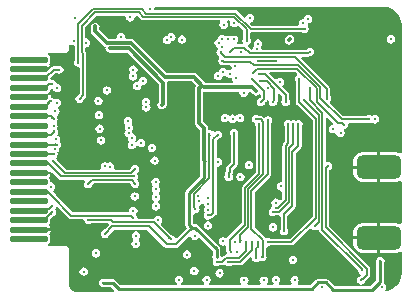
<source format=gbr>
%TF.GenerationSoftware,Altium Limited,Altium Designer,24.8.2 (39)*%
G04 Layer_Physical_Order=4*
G04 Layer_Color=16711680*
%FSLAX45Y45*%
%MOMM*%
%TF.SameCoordinates,B03309B8-0E9A-45A2-8570-9956D1A1A338*%
%TF.FilePolarity,Positive*%
%TF.FileFunction,Copper,L4,Bot,Signal*%
%TF.Part,CustomerPanel*%
G01*
G75*
%TA.AperFunction,ConnectorPad*%
G04:AMPARAMS|DCode=23|XSize=2mm|YSize=3.8mm|CornerRadius=0.5mm|HoleSize=0mm|Usage=FLASHONLY|Rotation=270.000|XOffset=0mm|YOffset=0mm|HoleType=Round|Shape=RoundedRectangle|*
%AMROUNDEDRECTD23*
21,1,2.00000,2.80000,0,0,270.0*
21,1,1.00000,3.80000,0,0,270.0*
1,1,1.00000,-1.40000,-0.50000*
1,1,1.00000,-1.40000,0.50000*
1,1,1.00000,1.40000,0.50000*
1,1,1.00000,1.40000,-0.50000*
%
%ADD23ROUNDEDRECTD23*%
%TA.AperFunction,SMDPad,CuDef*%
G04:AMPARAMS|DCode=35|XSize=3.2mm|YSize=0.5mm|CornerRadius=0.125mm|HoleSize=0mm|Usage=FLASHONLY|Rotation=0.000|XOffset=0mm|YOffset=0mm|HoleType=Round|Shape=RoundedRectangle|*
%AMROUNDEDRECTD35*
21,1,3.20000,0.25000,0,0,0.0*
21,1,2.95000,0.50000,0,0,0.0*
1,1,0.25000,1.47500,-0.12500*
1,1,0.25000,-1.47500,-0.12500*
1,1,0.25000,-1.47500,0.12500*
1,1,0.25000,1.47500,0.12500*
%
%ADD35ROUNDEDRECTD35*%
%TA.AperFunction,Conductor*%
%ADD36C,0.15000*%
%ADD37C,0.30000*%
%ADD38C,0.25000*%
%ADD40C,0.20000*%
%TA.AperFunction,ViaPad*%
%ADD44C,0.30000*%
G36*
X3624286Y3509496D02*
X3623584Y3510066D01*
X3622654Y3510576D01*
X3621496Y3511026D01*
X3620110Y3511416D01*
X3618497Y3511746D01*
X3616655Y3512016D01*
X3612287Y3512376D01*
X3607008Y3512496D01*
Y3527496D01*
X3609762Y3527526D01*
X3616655Y3527976D01*
X3618497Y3528246D01*
X3620110Y3528576D01*
X3621496Y3528966D01*
X3622654Y3529416D01*
X3623584Y3529926D01*
X3624286Y3530496D01*
Y3509496D01*
D02*
G37*
G36*
X4340436Y3700909D02*
X4378117Y3685301D01*
X4410475Y3660472D01*
X4435304Y3628114D01*
X4450912Y3590433D01*
X4456163Y3550543D01*
X4456054Y3549996D01*
Y2472471D01*
X4442826Y2465400D01*
X4434416Y2471019D01*
X4404997Y2476871D01*
X4277697D01*
Y2349994D01*
Y2223116D01*
X4404997D01*
X4434416Y2228968D01*
X4442826Y2234587D01*
X4456054Y2227516D01*
Y1872472D01*
X4442826Y1865401D01*
X4434416Y1871020D01*
X4404997Y1876872D01*
X4277697D01*
Y1749995D01*
Y1623117D01*
X4404997D01*
X4434416Y1628969D01*
X4442826Y1634588D01*
X4456054Y1627517D01*
Y1449996D01*
X4456163Y1449448D01*
X4450912Y1409559D01*
X4435304Y1371877D01*
X4410475Y1339520D01*
X4378117Y1314691D01*
X4340436Y1299082D01*
X4322768Y1296756D01*
X4317553Y1305756D01*
X4316061Y1311003D01*
X4322968Y1321339D01*
X4325684Y1334996D01*
X4322968Y1348652D01*
X4315232Y1360229D01*
X4308396Y1364797D01*
X4307830Y1367644D01*
X4310352Y1380325D01*
Y1540967D01*
X4312901Y1553782D01*
X4310185Y1567438D01*
X4302449Y1579015D01*
X4290872Y1586751D01*
X4277216Y1589467D01*
X4263559Y1586751D01*
X4251982Y1579015D01*
X4244247Y1567438D01*
X4241530Y1553782D01*
X4244079Y1540967D01*
Y1394050D01*
X4188761Y1338732D01*
X3893124D01*
X3835930Y1395927D01*
X3825180Y1403110D01*
X3812499Y1405632D01*
X3752498D01*
X3739817Y1403110D01*
X3729067Y1395927D01*
X3684306Y1351165D01*
X3580115D01*
X3575232Y1365943D01*
X3582968Y1377520D01*
X3585684Y1391177D01*
X3582968Y1404833D01*
X3575232Y1416410D01*
X3563655Y1424146D01*
X3549999Y1426862D01*
X3536342Y1424146D01*
X3524765Y1416410D01*
X3517030Y1404833D01*
X3514313Y1391177D01*
X3517030Y1377520D01*
X3524765Y1365943D01*
X3519882Y1351165D01*
X3419399D01*
X3414849Y1366165D01*
X3420232Y1369762D01*
X3427968Y1381339D01*
X3430684Y1394996D01*
X3427968Y1408652D01*
X3420232Y1420229D01*
X3408655Y1427965D01*
X3394999Y1430681D01*
X3381342Y1427965D01*
X3369765Y1420229D01*
X3362029Y1408652D01*
X3359313Y1394996D01*
X3362029Y1381339D01*
X3369765Y1369762D01*
X3375148Y1366165D01*
X3370598Y1351165D01*
X3320902D01*
X3316910Y1358495D01*
X3314883Y1366165D01*
X3321433Y1375969D01*
X3324150Y1389625D01*
X3321433Y1403282D01*
X3313698Y1414859D01*
X3302120Y1422595D01*
X3288464Y1425311D01*
X3274808Y1422595D01*
X3263230Y1414859D01*
X3255495Y1403282D01*
X3252778Y1389625D01*
X3255495Y1375969D01*
X3262046Y1366165D01*
X3260019Y1358495D01*
X3256027Y1351165D01*
X3156882D01*
X3152784Y1359545D01*
X3151170Y1366165D01*
X3157968Y1376339D01*
X3160684Y1389996D01*
X3157968Y1403652D01*
X3150232Y1415229D01*
X3138655Y1422965D01*
X3124999Y1425681D01*
X3111342Y1422965D01*
X3099765Y1415229D01*
X3092029Y1403652D01*
X3089313Y1389996D01*
X3092029Y1376339D01*
X3098827Y1366165D01*
X3097214Y1359545D01*
X3093115Y1351165D01*
X2829399D01*
X2824849Y1366165D01*
X2830232Y1369762D01*
X2837968Y1381339D01*
X2840684Y1394996D01*
X2837968Y1408652D01*
X2830232Y1420229D01*
X2818655Y1427965D01*
X2804998Y1430681D01*
X2791342Y1427965D01*
X2779765Y1420229D01*
X2772029Y1408652D01*
X2769313Y1394996D01*
X2772029Y1381339D01*
X2779765Y1369762D01*
X2785148Y1366165D01*
X2780598Y1351165D01*
X2588602D01*
X2587148Y1355092D01*
X2586107Y1366165D01*
X2595232Y1372262D01*
X2602968Y1383839D01*
X2605684Y1397496D01*
X2602968Y1411152D01*
X2595232Y1422729D01*
X2583655Y1430465D01*
X2569998Y1433181D01*
X2556342Y1430465D01*
X2544765Y1422729D01*
X2537029Y1411152D01*
X2534313Y1397496D01*
X2537029Y1383839D01*
X2544765Y1372262D01*
X2553890Y1366165D01*
X2552849Y1355092D01*
X2551395Y1351165D01*
X2075692D01*
X2033430Y1393427D01*
X2022679Y1400610D01*
X2009999Y1403132D01*
X1946839D01*
X1945399Y1404094D01*
X1931743Y1406811D01*
X1918087Y1404094D01*
X1906510Y1396359D01*
X1898774Y1384781D01*
X1896057Y1371125D01*
X1898774Y1357469D01*
X1906510Y1345891D01*
X1918087Y1338156D01*
X1931743Y1335439D01*
X1938881Y1336859D01*
X1996273D01*
X2024192Y1308940D01*
X2017979Y1293940D01*
X1699999D01*
Y1294020D01*
X1678578Y1298281D01*
X1660418Y1310415D01*
X1648284Y1328575D01*
X1644023Y1349996D01*
X1643943D01*
X1643942Y1350002D01*
Y1639996D01*
X1640596Y1656813D01*
X1631071Y1671069D01*
X1616814Y1680595D01*
X1599997Y1683940D01*
X1466145D01*
X1463258Y1698940D01*
X1470929Y1704066D01*
X1478112Y1714816D01*
X1480635Y1727497D01*
Y1752497D01*
X1478112Y1765178D01*
X1474822Y1780173D01*
X1483199Y1792709D01*
X1486100Y1807297D01*
X1299998D01*
Y1832697D01*
X1486100D01*
X1483199Y1847285D01*
X1474822Y1859821D01*
X1478112Y1874816D01*
X1480635Y1887497D01*
Y1893035D01*
X1481213Y1894178D01*
X1480641Y1895921D01*
X1481196Y1897668D01*
X1480635Y1898750D01*
Y1904777D01*
X1482203Y1907024D01*
X1490458Y1916753D01*
X1495961Y1922448D01*
X1496648Y1924191D01*
X1498220Y1925210D01*
X1498450Y1926282D01*
X1500714Y1927198D01*
X1502457Y1928913D01*
X1505342Y1931587D01*
X1507413Y1933304D01*
X1507713Y1933524D01*
X1508056Y1933711D01*
X1508117Y1933786D01*
X1508403Y1933971D01*
X1508954Y1934770D01*
X1511154Y1935208D01*
X1522732Y1942944D01*
X1530467Y1954521D01*
X1533184Y1968177D01*
X1530467Y1981833D01*
X1522732Y1993411D01*
X1520379Y1994982D01*
X1527968Y2006339D01*
X1528768Y2010361D01*
X1545044Y2015298D01*
X1640560Y1919782D01*
X1649657Y1913704D01*
X1660387Y1911570D01*
X1763204D01*
X1769740Y1903606D01*
X1772457Y1889950D01*
X1780192Y1878372D01*
X1791770Y1870637D01*
X1805426Y1867920D01*
X1819082Y1870637D01*
X1823961Y1873897D01*
X1824793Y1873798D01*
X1825423Y1873975D01*
X1825590Y1874009D01*
X1825613Y1874009D01*
X1825641Y1874020D01*
X1825667Y1874025D01*
X1826049Y1874081D01*
X1831485Y1874436D01*
X1833652Y1874459D01*
X1836247Y1875567D01*
X1968925D01*
X1975138Y1860568D01*
X1941480Y1826910D01*
X1938923Y1825851D01*
X1930403Y1817337D01*
X1919765Y1810229D01*
X1912029Y1798652D01*
X1909313Y1784996D01*
X1912029Y1771339D01*
X1919765Y1759762D01*
X1931342Y1752026D01*
X1944998Y1749310D01*
X1958655Y1752026D01*
X1970232Y1759762D01*
X1977968Y1771339D01*
X1978812Y1775583D01*
X1984102Y1781506D01*
X1985701Y1783116D01*
X1986290Y1784551D01*
X1987627Y1785338D01*
X1988049Y1786963D01*
X2021161Y1820075D01*
X2205064D01*
X2206541Y1805075D01*
X2195035Y1802786D01*
X2183458Y1795051D01*
X2175723Y1783473D01*
X2173006Y1769817D01*
X2175723Y1756161D01*
X2183458Y1744584D01*
X2182595Y1727120D01*
X2179765Y1725229D01*
X2172029Y1713652D01*
X2169313Y1699996D01*
X2172029Y1686339D01*
X2179765Y1674762D01*
X2191342Y1667026D01*
X2204998Y1664310D01*
X2218655Y1667026D01*
X2230232Y1674762D01*
X2237968Y1686339D01*
X2240684Y1699996D01*
X2237968Y1713652D01*
X2230232Y1725229D01*
X2231095Y1742693D01*
X2233925Y1744584D01*
X2241661Y1756161D01*
X2244378Y1769817D01*
X2241661Y1783473D01*
X2233925Y1795051D01*
X2222348Y1802786D01*
X2210843Y1805075D01*
X2212320Y1820075D01*
X2301661D01*
X2448370Y1673367D01*
X2458293Y1666736D01*
X2469999Y1664408D01*
X2544994D01*
X2544996Y1664408D01*
X2556701Y1666736D01*
X2566625Y1673367D01*
X2654134Y1760876D01*
X2670410Y1755939D01*
X2670649Y1754739D01*
X2678384Y1743162D01*
X2689962Y1735426D01*
X2703618Y1732710D01*
X2717274Y1735426D01*
X2728852Y1743162D01*
X2731329Y1746869D01*
X2749714Y1749697D01*
X2856862Y1642548D01*
Y1602810D01*
X2854313Y1589996D01*
X2857029Y1576339D01*
X2863161Y1567162D01*
X2858371Y1559994D01*
X2855655Y1546338D01*
X2858371Y1532681D01*
X2866107Y1521104D01*
X2877684Y1513369D01*
X2891341Y1510652D01*
X2904997Y1513369D01*
X2909876Y1516628D01*
X2910706Y1516529D01*
X2911339Y1516707D01*
X2911505Y1516741D01*
X2911528Y1516741D01*
X2911556Y1516752D01*
X2911582Y1516757D01*
X2911965Y1516813D01*
X2917401Y1517168D01*
X2919567Y1517192D01*
X2922162Y1518300D01*
X2936341D01*
X2947071Y1520434D01*
X2964765Y1519762D01*
X2976342Y1512026D01*
X2989999Y1509310D01*
X3003655Y1512026D01*
X3008534Y1515287D01*
X3009366Y1515187D01*
X3009996Y1515365D01*
X3010163Y1515399D01*
X3010185Y1515398D01*
X3010214Y1515409D01*
X3010239Y1515415D01*
X3010622Y1515470D01*
X3016058Y1515825D01*
X3018225Y1515849D01*
X3020820Y1516957D01*
X3092102D01*
X3102832Y1519091D01*
X3111928Y1525169D01*
X3177849Y1591090D01*
X3191673Y1583700D01*
X3191057Y1580603D01*
X3193773Y1566947D01*
X3201509Y1555369D01*
X3213086Y1547634D01*
X3226742Y1544917D01*
X3240399Y1547634D01*
X3251976Y1555369D01*
X3255091Y1560031D01*
X3264066Y1554035D01*
X3277722Y1551318D01*
X3291378Y1554035D01*
X3302956Y1561770D01*
X3310691Y1573348D01*
X3313408Y1587004D01*
X3310691Y1600660D01*
X3309983Y1601720D01*
X3309888Y1603013D01*
X3309892Y1603033D01*
X3309884Y1603074D01*
X3309272Y1611397D01*
X3309256Y1613455D01*
X3308148Y1616072D01*
Y1667439D01*
X3323148Y1679749D01*
X3324198Y1679540D01*
X3337854Y1682257D01*
X3342733Y1685517D01*
X3343565Y1685418D01*
X3344195Y1685595D01*
X3344362Y1685629D01*
X3344385Y1685629D01*
X3344413Y1685640D01*
X3344439Y1685645D01*
X3344821Y1685701D01*
X3350258Y1686056D01*
X3352426Y1686080D01*
X3355019Y1687188D01*
X3523744D01*
X3534474Y1689322D01*
X3543571Y1695400D01*
X3675206Y1827035D01*
X3694517Y1825133D01*
X3694765Y1824762D01*
X3706342Y1817027D01*
X3719998Y1814310D01*
X3733655Y1817027D01*
X3742372Y1822851D01*
X3751390Y1820887D01*
X3757932Y1816770D01*
X3759507Y1808854D01*
X3765585Y1799757D01*
X4079809Y1485533D01*
X4080846Y1482929D01*
X4082401Y1481332D01*
X4084525Y1478926D01*
X4087029Y1466339D01*
X4094765Y1454762D01*
X4106342Y1447027D01*
X4110995Y1432222D01*
X4108342Y1425197D01*
X4108326Y1425180D01*
X4108184Y1425087D01*
X4107616Y1424768D01*
X4107097Y1424110D01*
X4101342Y1422965D01*
X4089765Y1415229D01*
X4082029Y1403652D01*
X4079313Y1389996D01*
X4082029Y1376339D01*
X4089765Y1364762D01*
X4101342Y1357026D01*
X4114998Y1354310D01*
X4128655Y1357026D01*
X4140232Y1364762D01*
X4147968Y1376339D01*
X4149112Y1382095D01*
X4149771Y1382613D01*
X4150089Y1383181D01*
X4150183Y1383323D01*
X4150200Y1383339D01*
X4150213Y1383368D01*
X4150229Y1383393D01*
X4150459Y1383702D01*
X4154054Y1387799D01*
X4155567Y1389345D01*
X4156618Y1391963D01*
X4164144Y1399489D01*
X4164145Y1399489D01*
X4184825Y1420169D01*
X4190903Y1429266D01*
X4193037Y1439996D01*
Y1490147D01*
X4190903Y1500877D01*
X4184825Y1509973D01*
X3843037Y1851761D01*
Y2322185D01*
X3846235Y2322821D01*
X3857813Y2330556D01*
X3865548Y2342134D01*
X3868265Y2355790D01*
X3865548Y2369446D01*
X3857813Y2381024D01*
X3846235Y2388759D01*
X3832579Y2391476D01*
X3828450Y2390654D01*
X3813449Y2401769D01*
Y2767294D01*
X3827307Y2773034D01*
X3877527Y2722814D01*
X3876555Y2717189D01*
X3871619Y2707509D01*
X3861342Y2705465D01*
X3849765Y2697729D01*
X3842029Y2686152D01*
X3839313Y2672496D01*
X3842029Y2658839D01*
X3849765Y2647262D01*
X3861342Y2639527D01*
X3874999Y2636810D01*
X3888655Y2639527D01*
X3889647Y2640190D01*
X3893511Y2639480D01*
X3905287Y2632599D01*
X3907029Y2623839D01*
X3914765Y2612262D01*
X3926342Y2604526D01*
X3939998Y2601810D01*
X3953655Y2604526D01*
X3965232Y2612262D01*
X3972968Y2623839D01*
X3975684Y2637496D01*
X3972968Y2651152D01*
X3967295Y2659642D01*
X3968376Y2665507D01*
X3970253Y2670053D01*
X3973673Y2675041D01*
X3983655Y2677026D01*
X3995232Y2684762D01*
X4002968Y2696339D01*
X4005684Y2709996D01*
X4005294Y2711957D01*
X4017426Y2726957D01*
X4149014D01*
X4151517Y2725853D01*
X4156152Y2725748D01*
X4159193Y2725497D01*
X4159758Y2725415D01*
X4159784Y2725409D01*
X4159812Y2725398D01*
X4159835Y2725399D01*
X4160001Y2725365D01*
X4160631Y2725188D01*
X4161463Y2725287D01*
X4166342Y2722027D01*
X4179998Y2719310D01*
X4193655Y2722027D01*
X4203193Y2728400D01*
X4214482Y2720857D01*
X4228138Y2718140D01*
X4241794Y2720857D01*
X4253371Y2728592D01*
X4261107Y2740170D01*
X4263824Y2753826D01*
X4261107Y2767482D01*
X4253371Y2779060D01*
X4241794Y2786795D01*
X4228138Y2789512D01*
X4214482Y2786795D01*
X4204944Y2780422D01*
X4193655Y2787965D01*
X4179998Y2790681D01*
X4166342Y2787965D01*
X4161463Y2784705D01*
X4160631Y2784804D01*
X4160002Y2784627D01*
X4159834Y2784593D01*
X4159812Y2784593D01*
X4159783Y2784582D01*
X4159758Y2784577D01*
X4159375Y2784521D01*
X4153939Y2784166D01*
X4151772Y2784143D01*
X4149177Y2783034D01*
X3962115D01*
X3849349Y2895800D01*
X3850232Y2904762D01*
X3857968Y2916339D01*
X3860684Y2929996D01*
X3857968Y2943652D01*
X3854708Y2948531D01*
X3854807Y2949363D01*
X3854630Y2949993D01*
X3854595Y2950160D01*
X3854596Y2950183D01*
X3854585Y2950211D01*
X3854580Y2950236D01*
X3854524Y2950619D01*
X3854169Y2956056D01*
X3854145Y2958223D01*
X3853037Y2960817D01*
Y3011710D01*
X3850903Y3022440D01*
X3844825Y3031536D01*
X3606397Y3269964D01*
X3612137Y3283822D01*
X3660859D01*
X3671589Y3285957D01*
X3679773Y3291425D01*
X3680102Y3291360D01*
X3693759Y3294076D01*
X3705336Y3301812D01*
X3713072Y3313389D01*
X3715788Y3327045D01*
X3713072Y3340702D01*
X3705336Y3352279D01*
X3693759Y3360015D01*
X3680102Y3362731D01*
X3666446Y3360015D01*
X3654869Y3352279D01*
X3647133Y3340702D01*
X3646974Y3339899D01*
X3277002D01*
X3270768Y3347496D01*
X3268051Y3361152D01*
X3263366Y3368164D01*
X3266300Y3370125D01*
X3274036Y3381702D01*
X3276752Y3395358D01*
X3274036Y3409015D01*
X3266300Y3420592D01*
X3254723Y3428328D01*
X3241066Y3431044D01*
X3227410Y3428328D01*
X3215833Y3420592D01*
X3208097Y3409015D01*
X3205381Y3395358D01*
X3208097Y3381702D01*
X3212783Y3374690D01*
X3209848Y3372729D01*
X3202113Y3361152D01*
X3199396Y3347496D01*
X3197539Y3345232D01*
X3180092Y3344555D01*
X3153867Y3370780D01*
X3158655Y3387026D01*
X3170232Y3394762D01*
X3177968Y3406339D01*
X3180684Y3419996D01*
X3177968Y3433652D01*
X3174708Y3438531D01*
X3174807Y3439363D01*
X3174630Y3439993D01*
X3174595Y3440160D01*
X3174596Y3440183D01*
X3174585Y3440211D01*
X3174580Y3440236D01*
X3174524Y3440619D01*
X3174169Y3446055D01*
X3174145Y3448222D01*
X3173037Y3450817D01*
Y3486244D01*
X3179999Y3491957D01*
X3604014D01*
X3606516Y3490854D01*
X3611152Y3490748D01*
X3614193Y3490497D01*
X3614758Y3490415D01*
X3614784Y3490409D01*
X3614812Y3490398D01*
X3614835Y3490399D01*
X3615001Y3490365D01*
X3615631Y3490188D01*
X3616463Y3490287D01*
X3621342Y3487027D01*
X3634999Y3484310D01*
X3648655Y3487027D01*
X3660232Y3494762D01*
X3667968Y3506339D01*
X3670684Y3519996D01*
X3667968Y3533652D01*
X3660232Y3545229D01*
X3661890Y3562162D01*
X3665615Y3565995D01*
X3679272Y3568712D01*
X3690849Y3576447D01*
X3698584Y3588025D01*
X3701301Y3601681D01*
X3698584Y3615337D01*
X3690849Y3626915D01*
X3679272Y3634650D01*
X3665615Y3637367D01*
X3651959Y3634650D01*
X3640382Y3626915D01*
X3632646Y3615337D01*
X3632456Y3614383D01*
X3620001Y3601566D01*
X3606345Y3598850D01*
X3594768Y3591114D01*
X3587032Y3579537D01*
X3584316Y3565881D01*
X3584882Y3563035D01*
X3573165Y3548034D01*
X3191613D01*
X3174555Y3565092D01*
X3174581Y3565918D01*
X3180463Y3580397D01*
X3188655Y3582026D01*
X3200232Y3589762D01*
X3207968Y3601339D01*
X3210684Y3614996D01*
X3207968Y3628652D01*
X3200232Y3640229D01*
X3188655Y3647965D01*
X3174998Y3650681D01*
X3161342Y3647965D01*
X3149765Y3640229D01*
X3142029Y3628652D01*
X3140400Y3620460D01*
X3125921Y3614578D01*
X3125095Y3614552D01*
X3069952Y3669695D01*
X3060855Y3675773D01*
X3050125Y3677908D01*
X2371707D01*
X2359196Y3691896D01*
X2371674Y3706051D01*
X4299999D01*
X4300546Y3706160D01*
X4340436Y3700909D01*
D02*
G37*
G36*
X3152529Y3445232D02*
X3152978Y3438340D01*
X3153248Y3436498D01*
X3153578Y3434884D01*
X3153969Y3433498D01*
X3154419Y3432340D01*
X3154928Y3431410D01*
X3155498Y3430708D01*
X3134499D01*
X3135069Y3431410D01*
X3135578Y3432340D01*
X3136029Y3433498D01*
X3136419Y3434884D01*
X3136749Y3436498D01*
X3137019Y3438340D01*
X3137379Y3442707D01*
X3137498Y3447986D01*
X3152499D01*
X3152529Y3445232D01*
D02*
G37*
G36*
X2124314Y3617495D02*
X2127031Y3603839D01*
X2134766Y3592262D01*
X2146343Y3584526D01*
X2160000Y3581810D01*
X2173656Y3584526D01*
X2185233Y3592262D01*
X2192969Y3603839D01*
X2195685Y3617495D01*
X2205061Y3628215D01*
X2221719Y3628623D01*
X2250173Y3600169D01*
X2259269Y3594091D01*
X2269999Y3591957D01*
X2915934D01*
X2918602Y3588413D01*
X2922578Y3576957D01*
X2917029Y3568652D01*
X2914313Y3554996D01*
X2917029Y3541339D01*
X2924765Y3529762D01*
X2936342Y3522026D01*
X2949998Y3519310D01*
X2963655Y3522026D01*
X2975232Y3529762D01*
X2982968Y3541339D01*
X2985684Y3554996D01*
X2982968Y3568652D01*
X2977418Y3576957D01*
X2981395Y3588413D01*
X2983847Y3591670D01*
X2998200Y3591277D01*
X3006620Y3576957D01*
X3004826Y3567937D01*
X3007543Y3554281D01*
X3015278Y3542704D01*
X3026856Y3534968D01*
X3040512Y3532252D01*
X3054168Y3534968D01*
X3065745Y3542703D01*
X3076572Y3543770D01*
X3116960Y3503382D01*
Y3450980D01*
X3115856Y3448477D01*
X3115751Y3443842D01*
X3115500Y3440801D01*
X3115417Y3440236D01*
X3115412Y3440210D01*
X3115401Y3440182D01*
X3115402Y3440159D01*
X3115368Y3439993D01*
X3115190Y3439363D01*
X3115289Y3438531D01*
X3112029Y3433652D01*
X3109313Y3419996D01*
X3112029Y3406339D01*
X3114238Y3403034D01*
X3106220Y3388034D01*
X3067199D01*
X3062649Y3403034D01*
X3065228Y3404757D01*
X3072964Y3416335D01*
X3075680Y3429991D01*
X3072964Y3443647D01*
X3065228Y3455225D01*
X3053651Y3462960D01*
X3039994Y3465677D01*
X3026338Y3462960D01*
X3015000Y3455385D01*
X3003655Y3462965D01*
X2989999Y3465681D01*
X2976342Y3462965D01*
X2964765Y3455229D01*
X2964217D01*
X2963469Y3456348D01*
X2951892Y3464083D01*
X2938236Y3466800D01*
X2924579Y3464083D01*
X2913002Y3456348D01*
X2905266Y3444771D01*
X2903764Y3437219D01*
X2893435Y3435164D01*
X2881858Y3427429D01*
X2874123Y3415851D01*
X2871406Y3402195D01*
X2874123Y3388539D01*
X2881858Y3376961D01*
X2893435Y3369226D01*
X2897477Y3368422D01*
X2896773Y3364882D01*
X2899490Y3351225D01*
X2901696Y3347923D01*
X2898952Y3346090D01*
X2891216Y3334513D01*
X2888500Y3320856D01*
X2891216Y3307200D01*
X2898952Y3295623D01*
X2908436Y3289286D01*
X2911424Y3282556D01*
X2912844Y3274089D01*
X2912568Y3272311D01*
X2906877Y3263795D01*
X2904161Y3250139D01*
X2906877Y3236482D01*
X2914613Y3224905D01*
X2926190Y3217169D01*
X2939847Y3214453D01*
X2943562Y3215192D01*
X2952614Y3213391D01*
X3007422D01*
X3014313Y3204995D01*
X3017029Y3191339D01*
X3021229Y3185054D01*
X3012209Y3171554D01*
X3006099Y3172769D01*
X2992963Y3170156D01*
X2989441Y3169763D01*
X2977968Y3168652D01*
X2970232Y3180229D01*
X2958655Y3187965D01*
X2944998Y3190681D01*
X2931342Y3187965D01*
X2919765Y3180229D01*
X2912029Y3168652D01*
X2909313Y3154996D01*
X2909169Y3154852D01*
X2904999Y3155682D01*
X2891342Y3152965D01*
X2879765Y3145229D01*
X2872029Y3133652D01*
X2869313Y3119996D01*
X2872029Y3106339D01*
X2879765Y3094762D01*
X2891342Y3087027D01*
X2904999Y3084310D01*
X2918655Y3087027D01*
X2930232Y3094762D01*
X2937968Y3106339D01*
X2940684Y3119996D01*
X2940828Y3120140D01*
X2944998Y3119310D01*
X2958135Y3121923D01*
X2961657Y3122317D01*
X2973130Y3123427D01*
X2980866Y3111850D01*
X2992443Y3104114D01*
X3006099Y3101398D01*
X3016968Y3103560D01*
X3019587Y3090396D01*
X3027322Y3078819D01*
X3031898Y3075761D01*
X3027348Y3060761D01*
X2794701D01*
X2720232Y3135229D01*
X2708655Y3142965D01*
X2694998Y3145682D01*
X2469780D01*
X2191575Y3423886D01*
X2179998Y3431622D01*
X2166342Y3434338D01*
X2127864D01*
X2115554Y3449338D01*
X2115684Y3449996D01*
X2112968Y3463652D01*
X2105232Y3475229D01*
X2093655Y3482965D01*
X2079999Y3485681D01*
X2066342Y3482965D01*
X2054765Y3475229D01*
X2047029Y3463652D01*
X2044313Y3449996D01*
X2044444Y3449338D01*
X2032134Y3434338D01*
X1975079D01*
X1894640Y3514777D01*
Y3521403D01*
X1897889Y3526265D01*
X1900605Y3539922D01*
X1897889Y3553578D01*
X1890153Y3565155D01*
X1878576Y3572891D01*
X1864920Y3575607D01*
X1851263Y3572891D01*
X1839686Y3565155D01*
X1833720Y3559190D01*
X1825985Y3547612D01*
X1823268Y3533956D01*
Y3499996D01*
X1825985Y3486339D01*
X1833720Y3474762D01*
X1935064Y3373419D01*
X1946641Y3365683D01*
X1951256Y3364765D01*
X1949313Y3354996D01*
X1952029Y3341339D01*
X1959765Y3329762D01*
X1971342Y3322026D01*
X1984999Y3319310D01*
X2130217D01*
X2399313Y3050215D01*
Y2899553D01*
X2392029Y2888652D01*
X2389313Y2874996D01*
X2392029Y2861339D01*
X2399765Y2849762D01*
X2411342Y2842027D01*
X2424998Y2839310D01*
X2438655Y2842027D01*
X2450232Y2849762D01*
X2460232Y2859762D01*
X2467968Y2871339D01*
X2470684Y2884996D01*
Y3064996D01*
X2478328Y3074310D01*
X2680217D01*
X2714578Y3039949D01*
X2707029Y3028652D01*
X2704313Y3014996D01*
Y2724996D01*
X2707029Y2711339D01*
X2714765Y2699762D01*
X2749313Y2665214D01*
Y2409330D01*
X2751947Y2396087D01*
X2750238Y2393530D01*
X2747716Y2380849D01*
Y2269598D01*
X2634335Y2156217D01*
X2627152Y2145467D01*
X2624629Y2132786D01*
Y1862230D01*
X2627152Y1849550D01*
X2634335Y1838799D01*
X2639938Y1833196D01*
X2552745Y1746003D01*
X2536519Y1750686D01*
X2528784Y1762263D01*
X2517207Y1769999D01*
X2511451Y1771144D01*
X2510932Y1771802D01*
X2510365Y1772121D01*
X2510223Y1772214D01*
X2510207Y1772231D01*
X2510178Y1772244D01*
X2510153Y1772261D01*
X2509844Y1772490D01*
X2505747Y1776085D01*
X2504201Y1777598D01*
X2501583Y1778650D01*
X2418909Y1861324D01*
X2420232Y1874762D01*
X2427968Y1886339D01*
X2430684Y1899996D01*
X2427968Y1913652D01*
X2420232Y1925229D01*
X2408655Y1932965D01*
X2394999Y1935681D01*
X2381342Y1932965D01*
X2369765Y1925229D01*
X2362029Y1913652D01*
X2361002Y1908486D01*
X2359917Y1908702D01*
X2227739D01*
X2222026Y1915663D01*
X2219309Y1929319D01*
X2211573Y1940897D01*
X2210232Y1956492D01*
X2217968Y1968069D01*
X2220684Y1981726D01*
X2217968Y1995382D01*
X2210232Y2006959D01*
X2198655Y2014695D01*
X2184998Y2017411D01*
X2171342Y2014695D01*
X2159765Y2006959D01*
X2152029Y1995382D01*
X2149313Y1981726D01*
X2136819Y1967647D01*
X1672000D01*
X1536735Y2102912D01*
X1535746Y2105463D01*
X1532541Y2108816D01*
X1530569Y2111143D01*
X1530229Y2111600D01*
X1530213Y2111624D01*
X1530201Y2111652D01*
X1530184Y2111668D01*
X1530090Y2111810D01*
X1529772Y2112378D01*
X1529113Y2112897D01*
X1527968Y2118652D01*
X1520233Y2130229D01*
X1509276Y2137550D01*
X1507735Y2146374D01*
X1510624Y2155135D01*
X1515410Y2158333D01*
X1523146Y2169910D01*
X1525863Y2183567D01*
X1523146Y2197223D01*
X1515410Y2208800D01*
X1503833Y2216536D01*
X1490177Y2219252D01*
X1480635Y2227084D01*
Y2232496D01*
X1478112Y2245177D01*
X1474822Y2260172D01*
X1483199Y2272708D01*
X1486140Y2287496D01*
Y2293835D01*
X1489288Y2297296D01*
X1504348Y2299427D01*
X1506966Y2298376D01*
X1555200Y2250142D01*
X1564296Y2244064D01*
X1575026Y2241930D01*
X1767601D01*
X1770573Y2237856D01*
X1774246Y2226930D01*
X1768565Y2218427D01*
X1765848Y2204771D01*
X1768565Y2191114D01*
X1776300Y2179537D01*
X1787878Y2171802D01*
X1801534Y2169085D01*
X1815190Y2171802D01*
X1826767Y2179537D01*
X1834503Y2191114D01*
X1835648Y2196870D01*
X1836306Y2197389D01*
X1836625Y2197956D01*
X1836718Y2198098D01*
X1836735Y2198114D01*
X1836748Y2198143D01*
X1836765Y2198168D01*
X1836995Y2198477D01*
X1840589Y2202574D01*
X1842102Y2204120D01*
X1843154Y2206738D01*
X1848373Y2211957D01*
X2159509D01*
X2160023Y2211443D01*
X2161012Y2208893D01*
X2164217Y2205539D01*
X2166189Y2203213D01*
X2166529Y2202756D01*
X2166545Y2202731D01*
X2166557Y2202703D01*
X2166574Y2202687D01*
X2166668Y2202546D01*
X2166986Y2201977D01*
X2167645Y2201459D01*
X2168790Y2195703D01*
X2176525Y2184126D01*
X2188103Y2176390D01*
X2201759Y2173674D01*
X2215415Y2176390D01*
X2226992Y2184126D01*
X2234728Y2195703D01*
X2237445Y2209360D01*
X2234728Y2223016D01*
X2226992Y2234593D01*
X2226877Y2234670D01*
X2216977Y2244692D01*
X2223054Y2253892D01*
X2224670Y2256312D01*
X2227387Y2269968D01*
X2224670Y2283625D01*
X2216935Y2295202D01*
X2224108Y2308449D01*
X2231208Y2319075D01*
X2233924Y2332731D01*
X2231208Y2346388D01*
X2223472Y2357965D01*
X2211895Y2365701D01*
X2198239Y2368417D01*
X2184582Y2365701D01*
X2173005Y2357965D01*
X2165269Y2346388D01*
X2163874Y2339371D01*
X2163571Y2339160D01*
X2163510Y2339065D01*
X2163395Y2338970D01*
X2163116Y2338450D01*
X2163040Y2338331D01*
X2162880Y2338112D01*
X2159382Y2334088D01*
X2157897Y2332568D01*
X2157703Y2332083D01*
X2157232Y2331856D01*
X2156416Y2329521D01*
X2154542Y2327647D01*
X2029797D01*
X2022483Y2337868D01*
X2020858Y2342647D01*
X2023184Y2354341D01*
X2020467Y2367997D01*
X2012732Y2379574D01*
X2001154Y2387310D01*
X1987498Y2390026D01*
X1973842Y2387310D01*
X1966585Y2382461D01*
X1958657Y2387759D01*
X1945000Y2390475D01*
X1931344Y2387759D01*
X1919767Y2380023D01*
X1912031Y2368446D01*
X1909315Y2354790D01*
X1911730Y2342647D01*
X1911188Y2339874D01*
X1903002Y2327647D01*
X1615112D01*
X1545175Y2397584D01*
X1544186Y2400134D01*
X1540982Y2403487D01*
X1539010Y2405814D01*
X1538670Y2406271D01*
X1538654Y2406295D01*
X1538641Y2406323D01*
X1538624Y2406340D01*
X1538531Y2406481D01*
X1538212Y2407049D01*
X1537554Y2407568D01*
X1536409Y2413323D01*
X1528673Y2424900D01*
X1536986Y2437387D01*
X1542968Y2446339D01*
X1545684Y2459996D01*
X1542968Y2473652D01*
X1542786Y2473923D01*
X1545789Y2475930D01*
X1553525Y2487507D01*
X1556241Y2501163D01*
X1554754Y2508641D01*
X1564953Y2515455D01*
X1572688Y2527033D01*
X1575405Y2540689D01*
X1572688Y2554345D01*
X1564953Y2565923D01*
X1560306Y2569027D01*
X1561588Y2570946D01*
X1564305Y2584602D01*
X1561588Y2598259D01*
X1553853Y2609836D01*
X1547985Y2613757D01*
X1542651Y2621088D01*
X1543874Y2632548D01*
X1547032Y2637275D01*
X1549749Y2650931D01*
X1547032Y2664588D01*
X1539395Y2676018D01*
X1542915Y2681287D01*
X1545632Y2694943D01*
X1542915Y2708599D01*
X1539101Y2714307D01*
X1535232Y2729762D01*
X1542968Y2741339D01*
X1545684Y2754996D01*
X1542968Y2768652D01*
X1539883Y2773269D01*
X1538693Y2784886D01*
X1544008Y2792040D01*
X1549924Y2795993D01*
X1557660Y2807570D01*
X1560376Y2821227D01*
X1557660Y2834883D01*
X1549924Y2846460D01*
X1549983Y2848601D01*
X1552778Y2862594D01*
X1561897Y2868687D01*
X1569633Y2880264D01*
X1572349Y2893920D01*
X1569633Y2907577D01*
X1561897Y2919154D01*
X1550320Y2926889D01*
X1536663Y2929606D01*
X1523007Y2926889D01*
X1515718Y2922019D01*
X1510232Y2930229D01*
X1498655Y2937965D01*
X1486140Y2940454D01*
Y2952495D01*
X1483199Y2967283D01*
X1474822Y2979819D01*
X1478112Y2994814D01*
X1480322Y3005923D01*
X1493262Y3015046D01*
X1504054Y3011826D01*
X1507029Y3006338D01*
X1514764Y2994761D01*
X1526342Y2987025D01*
X1539998Y2984309D01*
X1553654Y2987025D01*
X1565232Y2994761D01*
X1572967Y3006338D01*
X1575684Y3019994D01*
X1572967Y3033651D01*
X1565232Y3045228D01*
X1553654Y3052964D01*
X1539998Y3055680D01*
X1535829Y3054851D01*
X1535684Y3054996D01*
X1532968Y3068652D01*
X1525232Y3080229D01*
X1513655Y3087965D01*
X1499999Y3090681D01*
X1495360Y3089759D01*
X1495013Y3089743D01*
X1492295Y3090409D01*
X1480736Y3100727D01*
X1480635Y3100959D01*
Y3101812D01*
X1482802Y3104917D01*
X1490989Y3114577D01*
X1496413Y3120193D01*
X1497431Y3122775D01*
X1521612Y3146957D01*
X1529014D01*
X1531516Y3145853D01*
X1536151Y3145748D01*
X1539193Y3145497D01*
X1539758Y3145415D01*
X1539784Y3145409D01*
X1539812Y3145398D01*
X1539835Y3145399D01*
X1540001Y3145365D01*
X1540631Y3145188D01*
X1541463Y3145287D01*
X1546342Y3142026D01*
X1559998Y3139310D01*
X1573655Y3142026D01*
X1585232Y3149762D01*
X1592968Y3161339D01*
X1595684Y3174996D01*
X1592968Y3188652D01*
X1585232Y3200229D01*
X1573655Y3207965D01*
X1559998Y3210681D01*
X1546342Y3207965D01*
X1541463Y3204705D01*
X1540631Y3204804D01*
X1540001Y3204627D01*
X1539834Y3204593D01*
X1539811Y3204593D01*
X1539783Y3204582D01*
X1539758Y3204577D01*
X1539375Y3204521D01*
X1533939Y3204166D01*
X1531771Y3204142D01*
X1529177Y3203034D01*
X1509999D01*
X1499269Y3200900D01*
X1483386Y3207208D01*
X1482774Y3207919D01*
X1474822Y3219818D01*
X1478112Y3234813D01*
X1480635Y3247494D01*
Y3272494D01*
X1478112Y3285175D01*
X1470929Y3295925D01*
X1463257Y3301051D01*
X1466144Y3316051D01*
X1599997D01*
X1616814Y3319396D01*
X1631071Y3328922D01*
X1640596Y3343179D01*
X1643942Y3359996D01*
Y3382702D01*
X1651528Y3386722D01*
X1658942Y3388642D01*
X1668842Y3382027D01*
X1682498Y3379310D01*
X1690439Y3372794D01*
Y3267312D01*
X1689331Y3264736D01*
X1689301Y3262513D01*
X1689097Y3259230D01*
X1682029Y3248652D01*
X1679313Y3234996D01*
X1682029Y3221339D01*
X1689765Y3209762D01*
X1701342Y3202026D01*
X1714999Y3199310D01*
X1716960Y3199700D01*
X1731960Y3187567D01*
Y2968827D01*
X1729487Y2967868D01*
X1726134Y2964663D01*
X1723807Y2962691D01*
X1723350Y2962351D01*
X1723326Y2962335D01*
X1723298Y2962323D01*
X1723282Y2962306D01*
X1723140Y2962212D01*
X1722572Y2961894D01*
X1722053Y2961235D01*
X1716298Y2960090D01*
X1704720Y2952355D01*
X1696985Y2940777D01*
X1694268Y2927121D01*
X1696985Y2913465D01*
X1704720Y2901888D01*
X1716298Y2894152D01*
X1729954Y2891435D01*
X1743610Y2894152D01*
X1755188Y2901888D01*
X1762923Y2913465D01*
X1764068Y2919220D01*
X1764727Y2919739D01*
X1765045Y2920307D01*
X1765138Y2920448D01*
X1765156Y2920465D01*
X1765168Y2920494D01*
X1765185Y2920518D01*
X1765415Y2920828D01*
X1769010Y2924924D01*
X1770523Y2926470D01*
X1771574Y2929089D01*
X1779825Y2937339D01*
X1785903Y2946436D01*
X1788037Y2957166D01*
Y3309996D01*
X1785903Y3320726D01*
X1779825Y3329822D01*
X1775016Y3334631D01*
Y3359752D01*
X1784573Y3367595D01*
X1798229Y3370312D01*
X1809807Y3378047D01*
X1817542Y3389624D01*
X1820259Y3403281D01*
X1817542Y3416937D01*
X1809807Y3428514D01*
X1798229Y3436250D01*
X1784573Y3438966D01*
X1775016Y3446810D01*
Y3535361D01*
X1871398Y3631742D01*
X2111854D01*
X2124314Y3617495D01*
D02*
G37*
G36*
X3030068Y3341956D02*
X3028142Y3339988D01*
X3023586Y3334795D01*
X3022475Y3333302D01*
X3021566Y3331928D01*
X3020862Y3330672D01*
X3020362Y3329535D01*
X3020065Y3328517D01*
X3019971Y3327617D01*
X3005122Y3342466D01*
X3006022Y3342560D01*
X3007040Y3342857D01*
X3008177Y3343357D01*
X3009433Y3344061D01*
X3010807Y3344969D01*
X3012301Y3346081D01*
X3015643Y3348914D01*
X3019461Y3352563D01*
X3030068Y3341956D01*
D02*
G37*
G36*
X2939100Y3318255D02*
X2939322Y3317220D01*
X2939756Y3316069D01*
X2940402Y3314800D01*
X2941261Y3313415D01*
X2942332Y3311913D01*
X2945112Y3308558D01*
X2946821Y3306706D01*
X2948742Y3304737D01*
X2936872Y3295395D01*
X2934901Y3297329D01*
X2928272Y3303108D01*
X2926928Y3304062D01*
X2925708Y3304821D01*
X2924614Y3305384D01*
X2923645Y3305750D01*
X2922801Y3305920D01*
X2939091Y3319173D01*
X2939100Y3318255D01*
D02*
G37*
G36*
X1725994Y3260974D02*
X1727078Y3244720D01*
X1727370Y3243689D01*
X1727697Y3242981D01*
X1707269Y3247851D01*
X1707973Y3248418D01*
X1708604Y3249228D01*
X1709160Y3250281D01*
X1709642Y3251576D01*
X1710050Y3253114D01*
X1710384Y3254895D01*
X1710644Y3256919D01*
X1710940Y3261695D01*
X1710977Y3264446D01*
X1725977Y3264587D01*
X1725994Y3260974D01*
D02*
G37*
G36*
X3387310Y3237475D02*
X3386598Y3237913D01*
X3385657Y3238304D01*
X3384489Y3238650D01*
X3383092Y3238949D01*
X3381467Y3239203D01*
X3377533Y3239571D01*
X3372686Y3239756D01*
X3369921Y3239779D01*
X3367474Y3254778D01*
X3370225Y3254813D01*
X3377065Y3255337D01*
X3378875Y3255652D01*
X3380449Y3256036D01*
X3381789Y3256490D01*
X3382893Y3257014D01*
X3383762Y3257608D01*
X3384396Y3258272D01*
X3387310Y3237475D01*
D02*
G37*
G36*
X3251730Y3256644D02*
X3252671Y3256253D01*
X3253839Y3255907D01*
X3255236Y3255608D01*
X3256861Y3255354D01*
X3260795Y3254986D01*
X3265642Y3254801D01*
X3268407Y3254778D01*
X3270854Y3239779D01*
X3268103Y3239744D01*
X3261262Y3239220D01*
X3259453Y3238905D01*
X3257878Y3238521D01*
X3256539Y3238067D01*
X3255435Y3237543D01*
X3254566Y3236949D01*
X3253932Y3236285D01*
X3251018Y3257082D01*
X3251730Y3256644D01*
D02*
G37*
G36*
X1549286Y3164496D02*
X1548584Y3165066D01*
X1547654Y3165576D01*
X1546496Y3166026D01*
X1545110Y3166416D01*
X1543497Y3166746D01*
X1541655Y3167016D01*
X1537287Y3167376D01*
X1532008Y3167496D01*
Y3182496D01*
X1534762Y3182526D01*
X1541655Y3182976D01*
X1543497Y3183246D01*
X1545110Y3183576D01*
X1546496Y3183966D01*
X1547654Y3184416D01*
X1548584Y3184926D01*
X1549286Y3185496D01*
Y3164496D01*
D02*
G37*
G36*
X3221617Y3160155D02*
X3219691Y3158186D01*
X3215135Y3152994D01*
X3214024Y3151501D01*
X3213116Y3150126D01*
X3212412Y3148871D01*
X3211911Y3147734D01*
X3211614Y3146715D01*
X3211521Y3145816D01*
X3196672Y3160665D01*
X3197571Y3160758D01*
X3198589Y3161055D01*
X3199726Y3161556D01*
X3200982Y3162260D01*
X3202357Y3163168D01*
X3203850Y3164279D01*
X3207192Y3167113D01*
X3211010Y3170761D01*
X3221617Y3160155D01*
D02*
G37*
G36*
X3258241Y3147788D02*
X3259078Y3147172D01*
X3260155Y3146627D01*
X3261470Y3146156D01*
X3263025Y3145757D01*
X3264819Y3145431D01*
X3266852Y3145177D01*
X3271637Y3144887D01*
X3274388Y3144851D01*
X3270958Y3129850D01*
X3268184Y3129831D01*
X3257783Y3129136D01*
X3256397Y3128878D01*
X3255242Y3128580D01*
X3254318Y3128242D01*
X3253625Y3127865D01*
X3257643Y3148477D01*
X3258241Y3147788D01*
D02*
G37*
G36*
X1480842Y3135232D02*
X1474929Y3129110D01*
X1465632Y3118140D01*
X1462247Y3113291D01*
X1459704Y3108867D01*
X1458004Y3104867D01*
X1457146Y3101290D01*
X1457130Y3098139D01*
X1457958Y3095412D01*
X1459627Y3093109D01*
X1428112Y3124624D01*
X1430415Y3122954D01*
X1433143Y3122127D01*
X1436294Y3122142D01*
X1439870Y3123000D01*
X1443870Y3124700D01*
X1448295Y3127243D01*
X1453143Y3130628D01*
X1458416Y3134856D01*
X1470236Y3145839D01*
X1480842Y3135232D01*
D02*
G37*
G36*
X3206420Y3094348D02*
X3206748Y3093347D01*
X3207276Y3092224D01*
X3208004Y3090981D01*
X3208932Y3089616D01*
X3211390Y3086525D01*
X3212918Y3084798D01*
X3216576Y3080982D01*
X3206505Y3069839D01*
X3204537Y3071763D01*
X3199337Y3076289D01*
X3197838Y3077383D01*
X3196457Y3078270D01*
X3195193Y3078950D01*
X3194046Y3079423D01*
X3193017Y3079688D01*
X3192106Y3079745D01*
X3206292Y3095229D01*
X3206420Y3094348D01*
D02*
G37*
G36*
X3599928Y3083581D02*
X3599419Y3082651D01*
X3598968Y3081493D01*
X3598578Y3080107D01*
X3598248Y3078494D01*
X3597978Y3076652D01*
X3597618Y3072284D01*
X3597499Y3067005D01*
X3582498D01*
X3582468Y3069759D01*
X3582018Y3076652D01*
X3581748Y3078494D01*
X3581419Y3080107D01*
X3581028Y3081493D01*
X3580578Y3082651D01*
X3580069Y3083581D01*
X3579499Y3084283D01*
X3600498D01*
X3599928Y3083581D01*
D02*
G37*
G36*
X3273268Y3084591D02*
X3274198Y3084081D01*
X3275356Y3083631D01*
X3276742Y3083241D01*
X3278356Y3082911D01*
X3280198Y3082641D01*
X3284565Y3082281D01*
X3289844Y3082161D01*
Y3067161D01*
X3287091Y3067131D01*
X3280198Y3066681D01*
X3278356Y3066411D01*
X3276742Y3066081D01*
X3275356Y3065691D01*
X3274198Y3065241D01*
X3273268Y3064731D01*
X3272566Y3064162D01*
Y3085161D01*
X3273268Y3084591D01*
D02*
G37*
G36*
X1489286Y3044496D02*
X1488584Y3045066D01*
X1487654Y3045576D01*
X1486496Y3046026D01*
X1485110Y3046416D01*
X1483497Y3046746D01*
X1481655Y3047016D01*
X1477287Y3047376D01*
X1473134Y3047470D01*
X1471456Y3045749D01*
X1462954Y3035799D01*
X1461133Y3033110D01*
X1459819Y3030734D01*
X1459011Y3028672D01*
X1458710Y3026923D01*
X1458915Y3025487D01*
X1459627Y3024365D01*
X1439368Y3044624D01*
X1440490Y3043912D01*
X1441926Y3043706D01*
X1443675Y3044008D01*
X1445738Y3044815D01*
X1448113Y3046130D01*
X1450803Y3047950D01*
X1453806Y3050278D01*
X1460752Y3056452D01*
X1464696Y3060299D01*
X1472008Y3052987D01*
Y3062496D01*
X1474762Y3062526D01*
X1481655Y3062976D01*
X1483497Y3063246D01*
X1485110Y3063576D01*
X1486496Y3063965D01*
X1487654Y3064415D01*
X1488584Y3064925D01*
X1489286Y3065495D01*
Y3044496D01*
D02*
G37*
G36*
X3689928Y3008581D02*
X3689419Y3007652D01*
X3688968Y3006494D01*
X3688578Y3005108D01*
X3688248Y3003494D01*
X3687978Y3001652D01*
X3687618Y2997285D01*
X3687498Y2992005D01*
X3672499D01*
X3672468Y2994759D01*
X3672019Y3001652D01*
X3671749Y3003494D01*
X3671419Y3005108D01*
X3671028Y3006494D01*
X3670578Y3007652D01*
X3670069Y3008581D01*
X3669498Y3009284D01*
X3690499D01*
X3689928Y3008581D01*
D02*
G37*
G36*
X3832529Y2955232D02*
X3832978Y2948340D01*
X3833248Y2946498D01*
X3833578Y2944884D01*
X3833968Y2943498D01*
X3834419Y2942340D01*
X3834928Y2941410D01*
X3835499Y2940708D01*
X3814498D01*
X3815069Y2941410D01*
X3815578Y2942340D01*
X3816028Y2943498D01*
X3816419Y2944884D01*
X3816749Y2946498D01*
X3817019Y2948340D01*
X3817378Y2952707D01*
X3817499Y2957986D01*
X3832498D01*
X3832529Y2955232D01*
D02*
G37*
G36*
X1755050Y2941610D02*
X1753124Y2939642D01*
X1748568Y2934450D01*
X1747456Y2932956D01*
X1746548Y2931582D01*
X1745844Y2930326D01*
X1745344Y2929189D01*
X1745047Y2928171D01*
X1744953Y2927271D01*
X1730104Y2942120D01*
X1731004Y2942214D01*
X1732022Y2942511D01*
X1733159Y2943011D01*
X1734415Y2943715D01*
X1735789Y2944624D01*
X1737283Y2945735D01*
X1740625Y2948568D01*
X1744443Y2952217D01*
X1755050Y2941610D01*
D02*
G37*
G36*
X3482528Y2925232D02*
X3482978Y2918340D01*
X3483248Y2916498D01*
X3483578Y2914884D01*
X3483968Y2913498D01*
X3484418Y2912340D01*
X3484928Y2911410D01*
X3485498Y2910708D01*
X3464499D01*
X3465069Y2911410D01*
X3465578Y2912340D01*
X3466028Y2913498D01*
X3466419Y2914884D01*
X3466748Y2916498D01*
X3467018Y2918340D01*
X3467378Y2922707D01*
X3467498Y2927986D01*
X3482498D01*
X3482528Y2925232D01*
D02*
G37*
G36*
X3290094Y2914485D02*
X3288168Y2912516D01*
X3283612Y2907324D01*
X3282501Y2905831D01*
X3281593Y2904456D01*
X3280889Y2903200D01*
X3280388Y2902064D01*
X3280091Y2901045D01*
X3279998Y2900146D01*
X3265149Y2914995D01*
X3266048Y2915088D01*
X3267066Y2915385D01*
X3268203Y2915886D01*
X3269459Y2916590D01*
X3270834Y2917498D01*
X3272327Y2918609D01*
X3275670Y2921443D01*
X3279487Y2925091D01*
X3290094Y2914485D01*
D02*
G37*
G36*
X1471572Y2904728D02*
X1472321Y2905424D01*
X1481145Y2893036D01*
X1480946Y2892830D01*
X1483082Y2890119D01*
X1482164Y2890122D01*
X1481129Y2889913D01*
X1479977Y2889489D01*
X1478708Y2888851D01*
X1477322Y2888000D01*
X1475820Y2886934D01*
X1473970Y2885405D01*
X1466129Y2876137D01*
X1462754Y2871299D01*
X1460194Y2866858D01*
X1458450Y2862814D01*
X1457521Y2859167D01*
X1457408Y2855917D01*
X1458110Y2853065D01*
X1459627Y2850609D01*
X1430612Y2884624D01*
X1432762Y2882801D01*
X1435361Y2881845D01*
X1438408Y2881757D01*
X1441905Y2882536D01*
X1445852Y2884182D01*
X1450247Y2886696D01*
X1455092Y2890077D01*
X1460385Y2894325D01*
X1464873Y2898499D01*
X1467231Y2901191D01*
X1468192Y2902529D01*
X1468958Y2903740D01*
X1469529Y2904825D01*
X1469905Y2905783D01*
X1470086Y2906614D01*
X1471572Y2904728D01*
D02*
G37*
G36*
X3645091Y2913946D02*
X3645388Y2912928D01*
X3645889Y2911791D01*
X3646593Y2910535D01*
X3647501Y2909161D01*
X3648612Y2907667D01*
X3651446Y2904325D01*
X3655094Y2900507D01*
X3644488Y2889900D01*
X3642519Y2891826D01*
X3637327Y2896382D01*
X3635834Y2897493D01*
X3634459Y2898401D01*
X3633203Y2899105D01*
X3632066Y2899606D01*
X3631048Y2899903D01*
X3630149Y2899996D01*
X3644998Y2914846D01*
X3645091Y2913946D01*
D02*
G37*
G36*
X3573465Y3141522D02*
X3570028Y3123746D01*
X3564765Y3120229D01*
X3557029Y3108652D01*
X3554313Y3094996D01*
X3557029Y3081339D01*
X3560289Y3076460D01*
X3560190Y3075628D01*
X3560367Y3074999D01*
X3560402Y3074832D01*
X3560401Y3074809D01*
X3560412Y3074780D01*
X3560417Y3074755D01*
X3560473Y3074373D01*
X3560828Y3068936D01*
X3560852Y3066770D01*
X3561960Y3064174D01*
Y2898004D01*
X3564094Y2887274D01*
X3570172Y2878178D01*
X3702372Y2745978D01*
Y1933506D01*
X3512130Y1743265D01*
X3355182D01*
X3352681Y1744368D01*
X3348045Y1744474D01*
X3345003Y1744724D01*
X3344438Y1744807D01*
X3344412Y1744813D01*
X3344384Y1744824D01*
X3344362Y1744823D01*
X3344195Y1744857D01*
X3343565Y1745034D01*
X3342733Y1744935D01*
X3337854Y1748195D01*
X3324198Y1750912D01*
X3310542Y1748195D01*
X3305732Y1744982D01*
X3299935Y1753657D01*
X3213037Y1840555D01*
Y2138027D01*
X3344556Y2269545D01*
X3350634Y2278642D01*
X3352768Y2289372D01*
Y2713818D01*
X3353872Y2716321D01*
X3353977Y2720956D01*
X3354228Y2723997D01*
X3354311Y2724562D01*
X3354316Y2724588D01*
X3354327Y2724616D01*
X3354326Y2724639D01*
X3354360Y2724805D01*
X3354538Y2725435D01*
X3354439Y2726267D01*
X3357699Y2731146D01*
X3360415Y2744802D01*
X3357699Y2758459D01*
X3349963Y2770036D01*
X3338386Y2777772D01*
X3324729Y2780488D01*
X3311073Y2777772D01*
X3299496Y2770036D01*
X3287990Y2768903D01*
X3282071Y2774822D01*
X3272974Y2780900D01*
X3262244Y2783034D01*
X3255983D01*
X3253480Y2784138D01*
X3248845Y2784243D01*
X3245804Y2784494D01*
X3245239Y2784577D01*
X3245213Y2784582D01*
X3245185Y2784593D01*
X3245162Y2784593D01*
X3244996Y2784627D01*
X3244366Y2784804D01*
X3243534Y2784705D01*
X3238655Y2787965D01*
X3224999Y2790681D01*
X3211342Y2787965D01*
X3199765Y2780229D01*
X3192029Y2768652D01*
X3189313Y2754996D01*
X3192029Y2741339D01*
X3199765Y2729762D01*
X3211342Y2722027D01*
X3215541Y2721191D01*
X3214308Y2714993D01*
X3217025Y2701336D01*
X3220285Y2696457D01*
X3220186Y2695625D01*
X3220363Y2694996D01*
X3220397Y2694828D01*
X3220397Y2694806D01*
X3220408Y2694777D01*
X3220413Y2694752D01*
X3220469Y2694370D01*
X3220824Y2688933D01*
X3220847Y2686767D01*
X3221955Y2684171D01*
Y2304032D01*
X3110172Y2192249D01*
X3104094Y2183152D01*
X3101960Y2172422D01*
Y1873169D01*
X2982494Y1753703D01*
X2970232Y1745229D01*
X2958655Y1752965D01*
X2944999Y1755681D01*
X2931342Y1752965D01*
X2919765Y1745229D01*
X2912029Y1733652D01*
X2909313Y1719996D01*
X2912029Y1706339D01*
X2919765Y1694762D01*
X2931342Y1687026D01*
X2944999Y1684310D01*
X2956960Y1686689D01*
X2960424Y1685810D01*
X2971960Y1677876D01*
Y1649055D01*
X2974094Y1638325D01*
X2979392Y1630396D01*
X2979313Y1629996D01*
X2980698Y1623034D01*
X2970912Y1608034D01*
X2969998D01*
X2959268Y1605900D01*
X2950172Y1599822D01*
X2939902Y1589552D01*
X2939076Y1589578D01*
X2924597Y1595460D01*
X2923135Y1602810D01*
Y1656274D01*
X2920613Y1668955D01*
X2913430Y1679705D01*
X2734705Y1858429D01*
X2723955Y1865612D01*
X2711274Y1868135D01*
X2698724D01*
X2690902Y1875956D01*
Y1946664D01*
X2705903Y1957362D01*
X2710921Y1956363D01*
X2724577Y1959080D01*
X2736155Y1966815D01*
X2743890Y1978393D01*
X2746607Y1992049D01*
X2743890Y2005705D01*
X2739583Y2012152D01*
X2739598Y2012681D01*
X2745674Y2027250D01*
X2745961Y2027550D01*
X2753651Y2029080D01*
X2765229Y2036816D01*
X2767656Y2040448D01*
X2768765Y2040423D01*
X2782683Y2035938D01*
X2784566Y2026469D01*
X2792165Y2015097D01*
X2784530Y2003670D01*
X2781813Y1990013D01*
X2784530Y1976357D01*
X2791972Y1965219D01*
X2791820Y1965117D01*
X2784084Y1953540D01*
X2781368Y1939884D01*
X2784084Y1926228D01*
X2791820Y1914650D01*
X2803397Y1906915D01*
X2813055Y1904993D01*
Y1889700D01*
X2803122Y1887724D01*
X2791545Y1879988D01*
X2783809Y1868411D01*
X2781092Y1854754D01*
X2783809Y1841098D01*
X2791545Y1829521D01*
X2803122Y1821785D01*
X2816778Y1819069D01*
X2830435Y1821785D01*
X2842012Y1829521D01*
X2849747Y1841098D01*
X2852464Y1854754D01*
X2849747Y1868411D01*
X2842012Y1879988D01*
X2830435Y1887724D01*
X2820777Y1889645D01*
Y1904938D01*
X2830710Y1906915D01*
X2842287Y1914650D01*
X2842331Y1914715D01*
X2842757D01*
X2853487Y1916850D01*
X2862583Y1922928D01*
X2883823Y1944168D01*
X2889901Y1953264D01*
X2892035Y1963994D01*
Y2347775D01*
X2899999Y2354310D01*
X2913655Y2357027D01*
X2925232Y2364762D01*
X2932968Y2376339D01*
X2935684Y2389996D01*
X2932968Y2403652D01*
X2925232Y2415229D01*
X2913655Y2422965D01*
X2899999Y2425681D01*
X2892035Y2432217D01*
Y2577380D01*
X2897915Y2583260D01*
X2900465Y2584249D01*
X2903819Y2587454D01*
X2906145Y2589426D01*
X2906603Y2589766D01*
X2906627Y2589782D01*
X2906655Y2589794D01*
X2906671Y2589811D01*
X2906813Y2589905D01*
X2907381Y2590223D01*
X2907899Y2590882D01*
X2913655Y2592027D01*
X2925232Y2599762D01*
X2932968Y2611339D01*
X2935684Y2624996D01*
X2932968Y2638652D01*
X2925232Y2650229D01*
X2913655Y2657965D01*
X2899999Y2660681D01*
X2886342Y2657965D01*
X2875093Y2650449D01*
X2874710Y2650234D01*
X2857649Y2651612D01*
X2855232Y2655229D01*
X2843655Y2662965D01*
X2829999Y2665681D01*
X2820684Y2673326D01*
Y2679996D01*
X2817968Y2693652D01*
X2810232Y2705229D01*
X2775684Y2739777D01*
Y2985914D01*
X2779919Y2989390D01*
X3075951D01*
X3083728Y2979913D01*
X3086444Y2966257D01*
X3094180Y2954680D01*
X3105757Y2946944D01*
X3119414Y2944228D01*
X3133070Y2946944D01*
X3144647Y2954680D01*
X3152383Y2966257D01*
X3155099Y2979913D01*
X3161056Y2987171D01*
X3176841Y2987686D01*
X3199765Y2964762D01*
X3211342Y2957026D01*
X3224999Y2954310D01*
X3238655Y2957026D01*
X3250232Y2964762D01*
X3251960Y2967348D01*
X3266960Y2962797D01*
Y2941684D01*
X3264532Y2940742D01*
X3261178Y2937538D01*
X3258852Y2935566D01*
X3258395Y2935226D01*
X3258370Y2935210D01*
X3258342Y2935197D01*
X3258326Y2935180D01*
X3258184Y2935087D01*
X3257616Y2934768D01*
X3257098Y2934110D01*
X3251342Y2932965D01*
X3239765Y2925229D01*
X3232029Y2913652D01*
X3229313Y2899996D01*
X3232029Y2886339D01*
X3239765Y2874762D01*
X3251342Y2867027D01*
X3264999Y2864310D01*
X3278655Y2867027D01*
X3290232Y2874762D01*
X3297968Y2886339D01*
X3299113Y2892095D01*
X3299771Y2892613D01*
X3300089Y2893181D01*
X3300183Y2893323D01*
X3300200Y2893339D01*
X3300213Y2893368D01*
X3300229Y2893393D01*
X3300459Y2893702D01*
X3304054Y2897799D01*
X3305567Y2899345D01*
X3306618Y2901963D01*
X3314825Y2910169D01*
X3317882Y2914745D01*
X3332012Y2908892D01*
X3329970Y2898630D01*
X3332687Y2884974D01*
X3340423Y2873397D01*
X3352000Y2865661D01*
X3365656Y2862944D01*
X3379313Y2865661D01*
X3390890Y2873397D01*
X3398625Y2884974D01*
X3401342Y2898630D01*
X3401212Y2899282D01*
X3405903Y2906302D01*
X3408037Y2917032D01*
Y2970191D01*
X3421895Y2975931D01*
X3446960Y2950867D01*
Y2930980D01*
X3445856Y2928478D01*
X3445751Y2923843D01*
X3445500Y2920801D01*
X3445417Y2920236D01*
X3445412Y2920210D01*
X3445401Y2920182D01*
X3445402Y2920160D01*
X3445368Y2919993D01*
X3445190Y2919363D01*
X3445289Y2918531D01*
X3442029Y2913652D01*
X3439313Y2899996D01*
X3442029Y2886339D01*
X3449765Y2874762D01*
X3461342Y2867027D01*
X3474998Y2864310D01*
X3488655Y2867027D01*
X3500232Y2874762D01*
X3507968Y2886339D01*
X3510684Y2899996D01*
X3507968Y2913652D01*
X3504707Y2918531D01*
X3504807Y2919363D01*
X3504630Y2919993D01*
X3504595Y2920160D01*
X3504596Y2920183D01*
X3504585Y2920211D01*
X3504579Y2920236D01*
X3504524Y2920619D01*
X3504169Y2926055D01*
X3504145Y2928222D01*
X3503037Y2930817D01*
Y2962480D01*
X3500903Y2973210D01*
X3494825Y2982307D01*
X3447694Y3029437D01*
X3449134Y3044051D01*
X3456869Y3055628D01*
X3459586Y3069284D01*
X3456869Y3082940D01*
X3449134Y3094518D01*
X3437556Y3102253D01*
X3423900Y3104970D01*
X3410244Y3102253D01*
X3398667Y3094518D01*
X3384053Y3093079D01*
X3336896Y3140236D01*
X3342636Y3154094D01*
X3560893D01*
X3573465Y3141522D01*
D02*
G37*
G36*
X1457975Y2796511D02*
X1458794Y2794619D01*
X1460159Y2792949D01*
X1462069Y2791502D01*
X1464526Y2790278D01*
X1467529Y2789276D01*
X1471078Y2788497D01*
X1475172Y2787940D01*
X1479813Y2787607D01*
X1484999Y2787495D01*
Y2772495D01*
X1479813Y2772384D01*
X1471078Y2771493D01*
X1467529Y2770714D01*
X1464526Y2769713D01*
X1462070Y2768488D01*
X1460159Y2767041D01*
X1458794Y2765371D01*
X1457975Y2763479D01*
X1457702Y2761364D01*
X1457702Y2798626D01*
X1457975Y2796511D01*
D02*
G37*
G36*
X1497478Y2778165D02*
X1502670Y2773609D01*
X1504163Y2772498D01*
X1505538Y2771590D01*
X1506794Y2770886D01*
X1507931Y2770385D01*
X1508949Y2770088D01*
X1509848Y2769995D01*
X1494999Y2755146D01*
X1494906Y2756045D01*
X1494609Y2757064D01*
X1494108Y2758200D01*
X1493404Y2759456D01*
X1492496Y2760831D01*
X1491385Y2762324D01*
X1488551Y2765667D01*
X1484903Y2769485D01*
X1495510Y2780091D01*
X1497478Y2778165D01*
D02*
G37*
G36*
X4169286Y2744496D02*
X4168584Y2745066D01*
X4167654Y2745576D01*
X4166496Y2746026D01*
X4165110Y2746416D01*
X4163497Y2746746D01*
X4161655Y2747016D01*
X4157287Y2747376D01*
X4152008Y2747496D01*
Y2762496D01*
X4154762Y2762526D01*
X4161655Y2762976D01*
X4163497Y2763246D01*
X4165110Y2763576D01*
X4166496Y2763966D01*
X4167654Y2764416D01*
X4168584Y2764926D01*
X4169286Y2765496D01*
Y2744496D01*
D02*
G37*
G36*
X3236413Y2764926D02*
X3237343Y2764416D01*
X3238501Y2763966D01*
X3239887Y2763576D01*
X3241501Y2763246D01*
X3243343Y2762976D01*
X3247710Y2762616D01*
X3252989Y2762496D01*
Y2747496D01*
X3250235Y2747466D01*
X3243343Y2747016D01*
X3241501Y2746746D01*
X3239887Y2746416D01*
X3238501Y2746026D01*
X3237343Y2745576D01*
X3236413Y2745066D01*
X3235711Y2744496D01*
Y2765496D01*
X3236413Y2764926D01*
D02*
G37*
G36*
X3334659Y2733388D02*
X3334150Y2732458D01*
X3333699Y2731300D01*
X3333309Y2729914D01*
X3332979Y2728301D01*
X3332709Y2726459D01*
X3332349Y2722091D01*
X3332230Y2716812D01*
X3317229D01*
X3317199Y2719566D01*
X3316750Y2726459D01*
X3316480Y2728301D01*
X3316150Y2729914D01*
X3315759Y2731300D01*
X3315309Y2732458D01*
X3314800Y2733388D01*
X3314230Y2734090D01*
X3335229D01*
X3334659Y2733388D01*
D02*
G37*
G36*
X3259924Y2703578D02*
X3259414Y2702648D01*
X3258964Y2701490D01*
X3258574Y2700104D01*
X3258244Y2698491D01*
X3257974Y2696649D01*
X3257614Y2692281D01*
X3257494Y2687002D01*
X3242494D01*
X3242464Y2689756D01*
X3242014Y2696649D01*
X3241744Y2698491D01*
X3241414Y2700104D01*
X3241024Y2701490D01*
X3240574Y2702648D01*
X3240064Y2703578D01*
X3239494Y2704280D01*
X3260494D01*
X3259924Y2703578D01*
D02*
G37*
G36*
X1514556Y2635939D02*
X1513675Y2635812D01*
X1512673Y2635485D01*
X1511550Y2634957D01*
X1510306Y2634230D01*
X1508942Y2633302D01*
X1505850Y2630845D01*
X1504123Y2629317D01*
X1500307Y2625659D01*
X1489174Y2635740D01*
X1491098Y2637708D01*
X1495625Y2642909D01*
X1496719Y2644407D01*
X1497607Y2645788D01*
X1498287Y2647052D01*
X1498760Y2648198D01*
X1499025Y2649227D01*
X1499084Y2650138D01*
X1514556Y2635939D01*
D02*
G37*
G36*
X1458443Y2635926D02*
X1459219Y2634157D01*
X1460511Y2632596D01*
X1462321Y2631242D01*
X1464648Y2630098D01*
X1467491Y2629161D01*
X1470852Y2628432D01*
X1474730Y2627912D01*
X1479125Y2627599D01*
X1484036Y2627495D01*
Y2612495D01*
X1479125Y2612391D01*
X1470852Y2611558D01*
X1467491Y2610830D01*
X1464648Y2609893D01*
X1462321Y2608748D01*
X1460511Y2607395D01*
X1459219Y2605833D01*
X1458443Y2604064D01*
X1458185Y2602086D01*
Y2637904D01*
X1458443Y2635926D01*
D02*
G37*
G36*
X2839928Y2618582D02*
X2839419Y2617652D01*
X2838968Y2616494D01*
X2838578Y2615108D01*
X2838248Y2613494D01*
X2837978Y2611652D01*
X2837618Y2607285D01*
X2837499Y2602005D01*
X2822498D01*
X2822468Y2604759D01*
X2822018Y2611652D01*
X2821748Y2613494D01*
X2821419Y2615108D01*
X2821028Y2616494D01*
X2820578Y2617652D01*
X2820069Y2618582D01*
X2819499Y2619284D01*
X2840498D01*
X2839928Y2618582D01*
D02*
G37*
G36*
X2899848Y2609997D02*
X2898949Y2609903D01*
X2897931Y2609606D01*
X2896794Y2609106D01*
X2895538Y2608401D01*
X2894163Y2607493D01*
X2892670Y2606382D01*
X2889327Y2603549D01*
X2885510Y2599900D01*
X2874903Y2610507D01*
X2876829Y2612475D01*
X2881385Y2617667D01*
X2882496Y2619161D01*
X2883404Y2620535D01*
X2884108Y2621791D01*
X2884609Y2622928D01*
X2884906Y2623946D01*
X2884999Y2624846D01*
X2899848Y2609997D01*
D02*
G37*
G36*
X1529253Y2529944D02*
X1528544Y2530495D01*
X1527608Y2530987D01*
X1526445Y2531422D01*
X1525054Y2531799D01*
X1523436Y2532118D01*
X1521591Y2532378D01*
X1517218Y2532726D01*
X1511936Y2532842D01*
X1511535Y2547842D01*
X1514287Y2547873D01*
X1521173Y2548338D01*
X1523010Y2548616D01*
X1524619Y2548957D01*
X1525999Y2549359D01*
X1527151Y2549824D01*
X1528073Y2550350D01*
X1528767Y2550939D01*
X1529253Y2529944D01*
D02*
G37*
G36*
X1454218Y2559787D02*
X1455350Y2557280D01*
X1457192Y2555068D01*
X1459742Y2553151D01*
X1463001Y2551529D01*
X1466969Y2550202D01*
X1471647Y2549169D01*
X1477033Y2548432D01*
X1483128Y2547990D01*
X1489932Y2547842D01*
Y2532842D01*
X1483201Y2532695D01*
X1471887Y2531515D01*
X1467303Y2530483D01*
X1463435Y2529155D01*
X1460283Y2527533D01*
X1457847Y2525616D01*
X1456126Y2523404D01*
X1455122Y2520897D01*
X1454832Y2518096D01*
X1453795Y2562589D01*
X1454218Y2559787D01*
D02*
G37*
G36*
X1454670Y2479440D02*
X1455738Y2476933D01*
X1457519Y2474721D01*
X1460013Y2472804D01*
X1463218Y2471182D01*
X1467136Y2469855D01*
X1471767Y2468823D01*
X1477109Y2468085D01*
X1483164Y2467643D01*
X1485711Y2467588D01*
X1491655Y2467976D01*
X1493497Y2468246D01*
X1495110Y2468575D01*
X1496496Y2468966D01*
X1497654Y2469416D01*
X1498584Y2469925D01*
X1499286Y2470495D01*
Y2449496D01*
X1498584Y2450066D01*
X1497654Y2450575D01*
X1496496Y2451026D01*
X1495110Y2451416D01*
X1493497Y2451746D01*
X1491655Y2452016D01*
X1487287Y2452376D01*
X1485886Y2452407D01*
X1483164Y2452348D01*
X1471767Y2451168D01*
X1467136Y2450136D01*
X1463218Y2448809D01*
X1460013Y2447187D01*
X1457519Y2445270D01*
X1455738Y2443058D01*
X1454670Y2440551D01*
X1454314Y2437749D01*
Y2482242D01*
X1454670Y2479440D01*
D02*
G37*
G36*
X1518532Y2398618D02*
X1518829Y2397599D01*
X1519330Y2396462D01*
X1520034Y2395207D01*
X1520942Y2393832D01*
X1522053Y2392339D01*
X1524887Y2388996D01*
X1528535Y2385178D01*
X1517929Y2374572D01*
X1515960Y2376497D01*
X1510768Y2381053D01*
X1509275Y2382165D01*
X1507900Y2383073D01*
X1506644Y2383777D01*
X1505508Y2384277D01*
X1504489Y2384574D01*
X1503590Y2384668D01*
X1518439Y2399517D01*
X1518532Y2398618D01*
D02*
G37*
G36*
X1494327Y2361443D02*
X1497670Y2358609D01*
X1499163Y2357498D01*
X1500538Y2356590D01*
X1501794Y2355886D01*
X1502931Y2355385D01*
X1503949Y2355088D01*
X1504848Y2354995D01*
X1489999Y2340146D01*
X1489906Y2341045D01*
X1489609Y2342063D01*
X1489108Y2343200D01*
X1488404Y2344456D01*
X1487496Y2345831D01*
X1486385Y2347324D01*
X1481829Y2352516D01*
X1479903Y2354484D01*
X1490510Y2365091D01*
X1494327Y2361443D01*
D02*
G37*
G36*
X1520091Y2338946D02*
X1520388Y2337928D01*
X1520889Y2336791D01*
X1521593Y2335535D01*
X1522501Y2334160D01*
X1523612Y2332667D01*
X1526446Y2329325D01*
X1530094Y2325507D01*
X1519487Y2314900D01*
X1517519Y2316826D01*
X1512327Y2321382D01*
X1510834Y2322493D01*
X1509459Y2323401D01*
X1508203Y2324105D01*
X1507066Y2324606D01*
X1506048Y2324903D01*
X1505149Y2324996D01*
X1519998Y2339845D01*
X1520091Y2338946D01*
D02*
G37*
G36*
X2198825Y2317743D02*
X2197947Y2317611D01*
X2196947Y2317280D01*
X2195827Y2316748D01*
X2194585Y2316017D01*
X2193223Y2315086D01*
X2190134Y2312626D01*
X2188407Y2311096D01*
X2184591Y2307436D01*
X2173382Y2317441D01*
X2175305Y2319409D01*
X2179828Y2324611D01*
X2180920Y2326110D01*
X2181805Y2327492D01*
X2182482Y2328756D01*
X2182950Y2329903D01*
X2183212Y2330933D01*
X2183265Y2331846D01*
X2198825Y2317743D01*
D02*
G37*
G36*
X2189238Y2232529D02*
X2194430Y2227973D01*
X2195924Y2226862D01*
X2197298Y2225954D01*
X2198554Y2225250D01*
X2199691Y2224749D01*
X2200709Y2224452D01*
X2201609Y2224359D01*
X2186760Y2209510D01*
X2186666Y2210409D01*
X2186369Y2211427D01*
X2185869Y2212564D01*
X2185165Y2213820D01*
X2184256Y2215195D01*
X2183145Y2216688D01*
X2180312Y2220031D01*
X2176663Y2223848D01*
X2187270Y2234455D01*
X2189238Y2232529D01*
D02*
G37*
G36*
X1826629Y2219260D02*
X1824703Y2217291D01*
X1820147Y2212099D01*
X1819036Y2210606D01*
X1818128Y2209231D01*
X1817424Y2207976D01*
X1816923Y2206839D01*
X1816627Y2205820D01*
X1816533Y2204921D01*
X1801684Y2219770D01*
X1802583Y2219863D01*
X1803602Y2220160D01*
X1804739Y2220661D01*
X1805994Y2221365D01*
X1807369Y2222273D01*
X1808862Y2223384D01*
X1812205Y2226218D01*
X1816023Y2229866D01*
X1826629Y2219260D01*
D02*
G37*
G36*
X1485285Y2128622D02*
X1491870Y2122787D01*
X1493191Y2121811D01*
X1494380Y2121028D01*
X1495439Y2120438D01*
X1496368Y2120042D01*
X1497166Y2119839D01*
X1480203Y2107459D01*
X1480237Y2108375D01*
X1480054Y2109408D01*
X1479654Y2110558D01*
X1479036Y2111825D01*
X1478202Y2113210D01*
X1477151Y2114711D01*
X1475882Y2116330D01*
X1472693Y2119919D01*
X1470773Y2121889D01*
X1483312Y2130563D01*
X1485285Y2128622D01*
D02*
G37*
G36*
X1510092Y2103946D02*
X1510389Y2102928D01*
X1510889Y2101791D01*
X1511593Y2100535D01*
X1512501Y2099161D01*
X1513613Y2097667D01*
X1516446Y2094325D01*
X1520094Y2090507D01*
X1509488Y2079900D01*
X1507520Y2081826D01*
X1502327Y2086382D01*
X1500834Y2087493D01*
X1499460Y2088401D01*
X1498204Y2089106D01*
X1497067Y2089606D01*
X1496049Y2089903D01*
X1495149Y2089997D01*
X1509998Y2104846D01*
X1510092Y2103946D01*
D02*
G37*
G36*
X1494848Y2004996D02*
X1493949Y2004903D01*
X1492931Y2004606D01*
X1491794Y2004105D01*
X1490538Y2003401D01*
X1489163Y2002493D01*
X1487670Y2001382D01*
X1484327Y1998548D01*
X1480510Y1994900D01*
X1469903Y2005507D01*
X1471829Y2007475D01*
X1476385Y2012667D01*
X1477496Y2014161D01*
X1478404Y2015535D01*
X1479108Y2016791D01*
X1479609Y2017928D01*
X1479906Y2018946D01*
X1479999Y2019846D01*
X1494848Y2004996D01*
D02*
G37*
G36*
X1469413Y1986910D02*
X1459627Y1987014D01*
X1455348Y2001552D01*
X1455469Y2001620D01*
X1455876Y2001681D01*
X1456569Y2001735D01*
X1464316Y2001895D01*
X1469413Y2001910D01*
Y1986910D01*
D02*
G37*
G36*
X1499453Y1953305D02*
X1498641Y1953110D01*
X1497700Y1952721D01*
X1496631Y1952138D01*
X1495432Y1951362D01*
X1494105Y1950391D01*
X1491063Y1947869D01*
X1487506Y1944572D01*
X1485534Y1942632D01*
X1473179Y1951490D01*
X1475099Y1953460D01*
X1479565Y1958667D01*
X1480622Y1960169D01*
X1481463Y1961554D01*
X1482088Y1962823D01*
X1482497Y1963974D01*
X1482690Y1965008D01*
X1482668Y1965925D01*
X1499453Y1953305D01*
D02*
G37*
G36*
X1480393Y1937491D02*
X1474404Y1931293D01*
X1465035Y1920251D01*
X1461654Y1915407D01*
X1459143Y1911014D01*
X1457501Y1907072D01*
X1456729Y1903581D01*
X1456825Y1900542D01*
X1457792Y1897954D01*
X1459627Y1895817D01*
X1425407Y1924626D01*
X1427874Y1923121D01*
X1430736Y1922429D01*
X1433993Y1922549D01*
X1437644Y1923482D01*
X1441689Y1925227D01*
X1446129Y1927785D01*
X1450963Y1931156D01*
X1456192Y1935340D01*
X1467833Y1946144D01*
X1480393Y1937491D01*
D02*
G37*
G36*
X2173819Y1938833D02*
X2179011Y1934277D01*
X2180505Y1933166D01*
X2181879Y1932258D01*
X2183135Y1931553D01*
X2184272Y1931053D01*
X2185290Y1930756D01*
X2186190Y1930662D01*
X2171341Y1915813D01*
X2171247Y1916713D01*
X2170950Y1917731D01*
X2170450Y1918868D01*
X2169745Y1920124D01*
X2168837Y1921498D01*
X2167726Y1922992D01*
X2164893Y1926334D01*
X2161244Y1930152D01*
X2171851Y1940759D01*
X2173819Y1938833D01*
D02*
G37*
G36*
X1816840Y1913536D02*
X1817770Y1913026D01*
X1818928Y1912576D01*
X1820314Y1912186D01*
X1821928Y1911856D01*
X1823770Y1911586D01*
X1828137Y1911226D01*
X1833416Y1911106D01*
Y1896106D01*
X1830663Y1896076D01*
X1823770Y1895626D01*
X1821928Y1895356D01*
X1820314Y1895026D01*
X1818928Y1894636D01*
X1817770Y1894186D01*
X1816840Y1893676D01*
X1816138Y1893106D01*
Y1914106D01*
X1816840Y1913536D01*
D02*
G37*
G36*
X3745094Y1864485D02*
X3743168Y1862516D01*
X3738612Y1857324D01*
X3737501Y1855831D01*
X3736593Y1854456D01*
X3735889Y1853201D01*
X3735388Y1852064D01*
X3735091Y1851045D01*
X3734998Y1850146D01*
X3720149Y1864995D01*
X3721048Y1865088D01*
X3722066Y1865385D01*
X3723203Y1865886D01*
X3724459Y1866590D01*
X3725834Y1867498D01*
X3727327Y1868609D01*
X3730669Y1871443D01*
X3734487Y1875091D01*
X3745094Y1864485D01*
D02*
G37*
G36*
X2684848Y1819999D02*
X2684609Y1819894D01*
X2684172Y1819578D01*
X2683538Y1819049D01*
X2679022Y1814816D01*
X2673557Y1809415D01*
X2659415Y1823557D01*
X2669999Y1834848D01*
X2684848Y1819999D01*
D02*
G37*
G36*
X1970346Y1798376D02*
X1968339Y1796356D01*
X1959985Y1787001D01*
X1959903Y1786682D01*
X1943610Y1799931D01*
X1954225Y1810539D01*
X1970346Y1798376D01*
D02*
G37*
G36*
X2491030Y1760199D02*
X2496222Y1755643D01*
X2497715Y1754532D01*
X2499090Y1753624D01*
X2500346Y1752920D01*
X2501482Y1752419D01*
X2502501Y1752122D01*
X2503400Y1752029D01*
X2488551Y1737180D01*
X2488458Y1738079D01*
X2488161Y1739098D01*
X2487660Y1740235D01*
X2486956Y1741490D01*
X2486048Y1742865D01*
X2484937Y1744358D01*
X2482103Y1747701D01*
X2478455Y1751519D01*
X2489061Y1762125D01*
X2491030Y1760199D01*
D02*
G37*
G36*
X3099883Y1740257D02*
X3100333Y1733364D01*
X3100603Y1731522D01*
X3100933Y1729909D01*
X3101323Y1728523D01*
X3101773Y1727365D01*
X3102283Y1726435D01*
X3102853Y1725733D01*
X3081853D01*
X3082423Y1726435D01*
X3082933Y1727365D01*
X3083383Y1728523D01*
X3083773Y1729909D01*
X3084103Y1731522D01*
X3084373Y1733364D01*
X3084733Y1737732D01*
X3084853Y1743011D01*
X3099853D01*
X3099883Y1740257D01*
D02*
G37*
G36*
X3335612Y1725156D02*
X3336542Y1724646D01*
X3337700Y1724196D01*
X3339086Y1723806D01*
X3340700Y1723476D01*
X3342542Y1723206D01*
X3346909Y1722846D01*
X3352188Y1722726D01*
Y1707726D01*
X3349435Y1707696D01*
X3342542Y1707246D01*
X3340700Y1706976D01*
X3339086Y1706646D01*
X3337700Y1706256D01*
X3336542Y1705806D01*
X3335612Y1705296D01*
X3334910Y1704726D01*
Y1725726D01*
X3335612Y1725156D01*
D02*
G37*
G36*
X3287609Y1613284D02*
X3287631Y1610516D01*
X3288395Y1600110D01*
X3288679Y1598716D01*
X3289007Y1597551D01*
X3289378Y1596615D01*
X3289793Y1595909D01*
X3269061Y1599251D01*
X3269735Y1599871D01*
X3270338Y1600728D01*
X3270870Y1601822D01*
X3271332Y1603152D01*
X3271722Y1604719D01*
X3272041Y1606523D01*
X3272290Y1608563D01*
X3272574Y1613355D01*
X3272609Y1616105D01*
X3287609Y1613284D01*
D02*
G37*
G36*
X3234272Y1605840D02*
X3234722Y1598947D01*
X3234992Y1597105D01*
X3235322Y1595491D01*
X3235712Y1594105D01*
X3236162Y1592947D01*
X3236672Y1592017D01*
X3237242Y1591315D01*
X3216242D01*
X3216812Y1592017D01*
X3217322Y1592947D01*
X3217772Y1594105D01*
X3218162Y1595491D01*
X3218492Y1597105D01*
X3218762Y1598947D01*
X3219122Y1603314D01*
X3219242Y1608593D01*
X3234242D01*
X3234272Y1605840D01*
D02*
G37*
G36*
X2902754Y1556268D02*
X2903685Y1555758D01*
X2904843Y1555308D01*
X2906228Y1554918D01*
X2907842Y1554588D01*
X2909684Y1554318D01*
X2914052Y1553958D01*
X2919331Y1553838D01*
X2919331Y1538838D01*
X2916578Y1538808D01*
X2909685Y1538358D01*
X2907843Y1538088D01*
X2906229Y1537758D01*
X2904843Y1537368D01*
X2903685Y1536918D01*
X2902755Y1536408D01*
X2902053Y1535838D01*
X2902052Y1556838D01*
X2902754Y1556268D01*
D02*
G37*
G36*
X3001413Y1554926D02*
X3002343Y1554416D01*
X3003501Y1553966D01*
X3004887Y1553576D01*
X3006500Y1553246D01*
X3008342Y1552976D01*
X3012710Y1552616D01*
X3017989Y1552496D01*
Y1537496D01*
X3015235Y1537466D01*
X3008342Y1537016D01*
X3006500Y1536746D01*
X3004887Y1536416D01*
X3003501Y1536026D01*
X3002343Y1535576D01*
X3001413Y1535066D01*
X3000711Y1534496D01*
Y1555495D01*
X3001413Y1554926D01*
D02*
G37*
G36*
X4109461Y1506164D02*
X4121730Y1495403D01*
X4122662Y1494879D01*
X4123388Y1494608D01*
X4105457Y1483677D01*
X4105557Y1484575D01*
X4105433Y1485593D01*
X4105084Y1486730D01*
X4104511Y1487986D01*
X4103713Y1489361D01*
X4102691Y1490856D01*
X4101445Y1492470D01*
X4098279Y1496056D01*
X4096359Y1498029D01*
X4106887Y1508714D01*
X4109461Y1506164D01*
D02*
G37*
G36*
X4140094Y1404485D02*
X4138168Y1402516D01*
X4133612Y1397324D01*
X4132501Y1395831D01*
X4131593Y1394456D01*
X4130889Y1393200D01*
X4130388Y1392064D01*
X4130091Y1391045D01*
X4129998Y1390146D01*
X4115148Y1404995D01*
X4116048Y1405088D01*
X4117066Y1405385D01*
X4118203Y1405886D01*
X4119459Y1406590D01*
X4120834Y1407498D01*
X4122327Y1408609D01*
X4125669Y1411443D01*
X4129487Y1415091D01*
X4140094Y1404485D01*
D02*
G37*
%LPC*%
G36*
X4364735Y3467220D02*
X4351079Y3464503D01*
X4339502Y3456768D01*
X4331766Y3445190D01*
X4329050Y3431534D01*
X4331766Y3417878D01*
X4339502Y3406300D01*
X4351079Y3398565D01*
X4364735Y3395848D01*
X4378392Y3398565D01*
X4389969Y3406300D01*
X4397704Y3417878D01*
X4400421Y3431534D01*
X4397704Y3445190D01*
X4389969Y3456768D01*
X4378392Y3464503D01*
X4364735Y3467220D01*
D02*
G37*
G36*
X3511004D02*
X3497347Y3464503D01*
X3485770Y3456768D01*
X3476999Y3447997D01*
X3469264Y3436419D01*
X3466547Y3422763D01*
X3469264Y3409107D01*
X3476999Y3397529D01*
X3488576Y3389794D01*
X3502233Y3387077D01*
X3515889Y3389794D01*
X3527466Y3397529D01*
X3536237Y3406300D01*
X3543973Y3417878D01*
X3546689Y3431534D01*
X3543973Y3445190D01*
X3536237Y3456768D01*
X3524660Y3464503D01*
X3511004Y3467220D01*
D02*
G37*
G36*
X4252297Y2476871D02*
X4124997D01*
X4095577Y2471019D01*
X4070637Y2454354D01*
X4053972Y2429413D01*
X4048120Y2399994D01*
Y2362694D01*
X4252297D01*
Y2476871D01*
D02*
G37*
G36*
Y2337294D02*
X4048120D01*
Y2299993D01*
X4053972Y2270574D01*
X4070637Y2245633D01*
X4095577Y2228968D01*
X4124997Y2223116D01*
X4252297D01*
Y2337294D01*
D02*
G37*
G36*
Y1876872D02*
X4124997D01*
X4095577Y1871020D01*
X4070637Y1854355D01*
X4053972Y1829414D01*
X4048120Y1799995D01*
Y1762695D01*
X4252297D01*
Y1876872D01*
D02*
G37*
G36*
Y1737295D02*
X4048120D01*
Y1699995D01*
X4053972Y1670575D01*
X4070637Y1645634D01*
X4095577Y1628969D01*
X4124997Y1623117D01*
X4252297D01*
Y1737295D01*
D02*
G37*
G36*
X1869413Y1655096D02*
X1855757Y1652380D01*
X1844180Y1644644D01*
X1836444Y1633067D01*
X1833728Y1619411D01*
X1836444Y1605754D01*
X1844180Y1594177D01*
X1855757Y1586441D01*
X1869413Y1583725D01*
X1883070Y1586441D01*
X1894647Y1594177D01*
X1902383Y1605754D01*
X1905099Y1619411D01*
X1902383Y1633067D01*
X1894647Y1644644D01*
X1883070Y1652380D01*
X1869413Y1655096D01*
D02*
G37*
G36*
X2639999Y1644500D02*
X2626342Y1641783D01*
X2614765Y1634048D01*
X2607029Y1622470D01*
X2604313Y1608814D01*
X2607029Y1595158D01*
X2614765Y1583580D01*
X2626342Y1575845D01*
X2639999Y1573128D01*
X2653655Y1575845D01*
X2665232Y1583580D01*
X2672968Y1595158D01*
X2675684Y1608814D01*
X2672968Y1622470D01*
X2665232Y1634048D01*
X2653655Y1641783D01*
X2639999Y1644500D01*
D02*
G37*
G36*
X3534999Y1600681D02*
X3521342Y1597965D01*
X3509765Y1590229D01*
X3502030Y1578652D01*
X3499313Y1564996D01*
X3502030Y1551339D01*
X3509765Y1539762D01*
X3521342Y1532026D01*
X3534999Y1529310D01*
X3548655Y1532026D01*
X3560232Y1539762D01*
X3567968Y1551339D01*
X3570685Y1564996D01*
X3567968Y1578652D01*
X3560232Y1590229D01*
X3548655Y1597965D01*
X3534999Y1600681D01*
D02*
G37*
G36*
X2701702Y1505536D02*
X2688046Y1502820D01*
X2676469Y1495084D01*
X2668733Y1483507D01*
X2666017Y1469851D01*
X2668733Y1456194D01*
X2676469Y1444617D01*
X2688046Y1436881D01*
X2701702Y1434165D01*
X2715359Y1436881D01*
X2726936Y1444617D01*
X2734672Y1456194D01*
X2737388Y1469851D01*
X2734672Y1483507D01*
X2726936Y1495084D01*
X2715359Y1502820D01*
X2701702Y1505536D01*
D02*
G37*
G36*
X1764999Y1500681D02*
X1751342Y1497965D01*
X1739765Y1490229D01*
X1732029Y1478652D01*
X1729313Y1464996D01*
X1732029Y1451339D01*
X1739765Y1439762D01*
X1751342Y1432026D01*
X1764999Y1429310D01*
X1778655Y1432026D01*
X1790232Y1439762D01*
X1797968Y1451339D01*
X1800684Y1464996D01*
X1797968Y1478652D01*
X1790232Y1490229D01*
X1778655Y1497965D01*
X1764999Y1500681D01*
D02*
G37*
G36*
X2914999Y1485681D02*
X2901342Y1482965D01*
X2889765Y1475229D01*
X2882030Y1463652D01*
X2879313Y1449996D01*
X2882030Y1436339D01*
X2889765Y1424762D01*
X2901342Y1417026D01*
X2914999Y1414310D01*
X2928655Y1417026D01*
X2940232Y1424762D01*
X2947968Y1436339D01*
X2950684Y1449996D01*
X2947968Y1463652D01*
X2940232Y1475229D01*
X2928655Y1482965D01*
X2914999Y1485681D01*
D02*
G37*
G36*
X2507943Y3484278D02*
X2494287Y3481561D01*
X2482709Y3473826D01*
X2474974Y3462249D01*
X2474347Y3459097D01*
X2473280Y3459310D01*
X2459623Y3456593D01*
X2448046Y3448857D01*
X2440311Y3437280D01*
X2437594Y3423624D01*
X2440311Y3409968D01*
X2448046Y3398390D01*
X2459623Y3390655D01*
X2473280Y3387938D01*
X2486936Y3390655D01*
X2498513Y3398390D01*
X2506249Y3409968D01*
X2506876Y3413119D01*
X2507943Y3412907D01*
X2521599Y3415623D01*
X2533177Y3423359D01*
X2540912Y3434936D01*
X2543629Y3448592D01*
X2540912Y3462249D01*
X2533177Y3473826D01*
X2521599Y3481561D01*
X2507943Y3484278D01*
D02*
G37*
G36*
X2597090Y3464706D02*
X2583434Y3461989D01*
X2571856Y3454253D01*
X2564121Y3442676D01*
X2561404Y3429020D01*
X2564121Y3415364D01*
X2571856Y3403786D01*
X2583434Y3396051D01*
X2597090Y3393334D01*
X2610746Y3396051D01*
X2622324Y3403786D01*
X2630059Y3415364D01*
X2632776Y3429020D01*
X2630059Y3442676D01*
X2622324Y3454253D01*
X2610746Y3461989D01*
X2597090Y3464706D01*
D02*
G37*
G36*
X2185379Y3210300D02*
X2171723Y3207584D01*
X2160146Y3199848D01*
X2152410Y3188271D01*
X2149694Y3174614D01*
X2152410Y3160958D01*
X2153599Y3159179D01*
X2157129Y3143497D01*
X2149394Y3131920D01*
X2146677Y3118263D01*
X2149394Y3104607D01*
X2157129Y3093030D01*
X2168707Y3085294D01*
X2182363Y3082578D01*
X2196019Y3085294D01*
X2207597Y3093030D01*
X2215332Y3104607D01*
X2218049Y3118263D01*
X2215332Y3131920D01*
X2214143Y3133699D01*
X2210613Y3149381D01*
X2218349Y3160958D01*
X2221065Y3174614D01*
X2218349Y3188271D01*
X2210613Y3199848D01*
X2199036Y3207584D01*
X2185379Y3210300D01*
D02*
G37*
G36*
X2264999Y3115681D02*
X2251342Y3112965D01*
X2239765Y3105229D01*
X2232029Y3093652D01*
X2229944Y3083168D01*
X2218682Y3072715D01*
X2205026Y3069998D01*
X2193449Y3062263D01*
X2185713Y3050685D01*
X2182997Y3037029D01*
X2185713Y3023373D01*
X2193449Y3011795D01*
X2205026Y3004060D01*
X2218683Y3001343D01*
X2232339Y3004060D01*
X2243916Y3011795D01*
X2251652Y3023373D01*
X2253737Y3033856D01*
X2264999Y3044310D01*
X2278655Y3047026D01*
X2290232Y3054762D01*
X2297968Y3066339D01*
X2300684Y3079996D01*
X2297968Y3093652D01*
X2290232Y3105229D01*
X2278655Y3112965D01*
X2264999Y3115681D01*
D02*
G37*
G36*
X1959998Y3033890D02*
X1946342Y3031173D01*
X1934765Y3023437D01*
X1927029Y3011860D01*
X1924313Y2998204D01*
X1927029Y2984547D01*
X1934765Y2972970D01*
X1946342Y2965235D01*
X1959998Y2962518D01*
X1973655Y2965235D01*
X1985232Y2972970D01*
X1992968Y2984547D01*
X1995684Y2998204D01*
X1992968Y3011860D01*
X1985232Y3023437D01*
X1973655Y3031173D01*
X1959998Y3033890D01*
D02*
G37*
G36*
X1889998Y2945681D02*
X1876342Y2942965D01*
X1864765Y2935229D01*
X1857029Y2923652D01*
X1854313Y2909996D01*
X1857029Y2896339D01*
X1864765Y2884762D01*
X1876342Y2877027D01*
X1889998Y2874310D01*
X1903655Y2877027D01*
X1915232Y2884762D01*
X1922967Y2896339D01*
X1925684Y2909996D01*
X1922967Y2923652D01*
X1915232Y2935229D01*
X1903655Y2942965D01*
X1889998Y2945681D01*
D02*
G37*
G36*
X2291615Y2936796D02*
X2277959Y2934079D01*
X2266382Y2926344D01*
X2258646Y2914766D01*
X2255930Y2901110D01*
X2258646Y2887454D01*
X2266382Y2875876D01*
X2266710Y2875657D01*
X2262029Y2868652D01*
X2259313Y2854996D01*
X2262029Y2841339D01*
X2269765Y2829762D01*
X2281342Y2822026D01*
X2294998Y2819310D01*
X2308655Y2822026D01*
X2320232Y2829762D01*
X2327968Y2841339D01*
X2330684Y2854996D01*
X2327968Y2868652D01*
X2320232Y2880229D01*
X2319904Y2880448D01*
X2324585Y2887454D01*
X2327301Y2901110D01*
X2324585Y2914766D01*
X2316849Y2926344D01*
X2305272Y2934079D01*
X2291615Y2936796D01*
D02*
G37*
G36*
X1895370Y2825681D02*
X1881713Y2822965D01*
X1870136Y2815229D01*
X1862400Y2803652D01*
X1859684Y2789996D01*
X1862400Y2776339D01*
X1870136Y2764762D01*
X1881713Y2757026D01*
X1895370Y2754310D01*
X1909026Y2757026D01*
X1920603Y2764762D01*
X1928339Y2776339D01*
X1931055Y2789996D01*
X1928339Y2803652D01*
X1920603Y2815229D01*
X1909026Y2822965D01*
X1895370Y2825681D01*
D02*
G37*
G36*
X1899107Y2710682D02*
X1885451Y2707966D01*
X1873874Y2700230D01*
X1866138Y2688653D01*
X1863421Y2674996D01*
X1866138Y2661340D01*
X1873874Y2649763D01*
X1885451Y2642027D01*
X1899107Y2639311D01*
X1912764Y2642027D01*
X1924341Y2649763D01*
X1932076Y2661340D01*
X1934793Y2674996D01*
X1932076Y2688653D01*
X1924341Y2700230D01*
X1912764Y2707966D01*
X1899107Y2710682D01*
D02*
G37*
G36*
X1913272Y2610681D02*
X1899615Y2607965D01*
X1888038Y2600229D01*
X1880303Y2588652D01*
X1877586Y2574996D01*
X1880303Y2561339D01*
X1888038Y2549762D01*
X1899615Y2542026D01*
X1913272Y2539310D01*
X1926928Y2542026D01*
X1938505Y2549762D01*
X1946241Y2561339D01*
X1948957Y2574996D01*
X1946241Y2588652D01*
X1938505Y2600229D01*
X1926928Y2607965D01*
X1913272Y2610681D01*
D02*
G37*
G36*
X2141585Y2775682D02*
X2127929Y2772965D01*
X2116351Y2765229D01*
X2108616Y2753652D01*
X2105899Y2739996D01*
X2108616Y2726339D01*
X2116351Y2714762D01*
X2116197Y2696825D01*
X2115260Y2695422D01*
X2112543Y2681765D01*
X2115260Y2668109D01*
X2120290Y2660580D01*
X2119765Y2660229D01*
X2112029Y2648652D01*
X2109313Y2634996D01*
X2112029Y2621339D01*
X2119765Y2609762D01*
X2131342Y2602027D01*
X2140355Y2600234D01*
X2139313Y2594996D01*
X2142029Y2581339D01*
X2149765Y2569762D01*
Y2563754D01*
X2146607Y2561645D01*
X2138872Y2550067D01*
X2136155Y2536411D01*
X2138872Y2522755D01*
X2146607Y2511177D01*
X2158184Y2503442D01*
X2171841Y2500725D01*
X2185497Y2503442D01*
X2197074Y2511177D01*
X2204810Y2522755D01*
X2206458Y2531038D01*
X2221973Y2534816D01*
X2226531Y2527994D01*
X2238109Y2520258D01*
X2251765Y2517542D01*
X2265421Y2520258D01*
X2276999Y2527994D01*
X2284734Y2539571D01*
X2287451Y2553228D01*
X2284734Y2566884D01*
X2276999Y2578461D01*
X2265421Y2586197D01*
X2251765Y2588913D01*
X2238109Y2586197D01*
X2226531Y2578461D01*
X2219740Y2568296D01*
X2216928Y2566271D01*
X2207942Y2563321D01*
X2202939Y2564057D01*
X2200536Y2569122D01*
X2200359Y2569951D01*
X2207968Y2581339D01*
X2210684Y2594996D01*
X2207968Y2608652D01*
X2200232Y2620229D01*
X2188655Y2627965D01*
X2179642Y2629758D01*
X2180684Y2634996D01*
X2177968Y2648652D01*
X2172937Y2656181D01*
X2173463Y2656532D01*
X2181198Y2668109D01*
X2183915Y2681765D01*
X2181198Y2695422D01*
X2173463Y2706999D01*
X2173617Y2724936D01*
X2174554Y2726339D01*
X2177271Y2739996D01*
X2174554Y2753652D01*
X2166819Y2765229D01*
X2155241Y2772965D01*
X2141585Y2775682D01*
D02*
G37*
G36*
X2341199Y2548810D02*
X2327543Y2546094D01*
X2315965Y2538358D01*
X2308230Y2526781D01*
X2305513Y2513125D01*
X2308230Y2499468D01*
X2315965Y2487891D01*
X2327543Y2480155D01*
X2341199Y2477439D01*
X2354855Y2480155D01*
X2366433Y2487891D01*
X2374168Y2499468D01*
X2376885Y2513125D01*
X2374168Y2526781D01*
X2366433Y2538358D01*
X2354855Y2546094D01*
X2341199Y2548810D01*
D02*
G37*
G36*
X2364999Y2440681D02*
X2351342Y2437965D01*
X2339765Y2430229D01*
X2332029Y2418652D01*
X2329313Y2404996D01*
X2332029Y2391339D01*
X2339765Y2379762D01*
X2351342Y2372026D01*
X2364999Y2369310D01*
X2378655Y2372026D01*
X2390232Y2379762D01*
X2397968Y2391339D01*
X2400684Y2404996D01*
X2397968Y2418652D01*
X2390232Y2430229D01*
X2378655Y2437965D01*
X2364999Y2440681D01*
D02*
G37*
G36*
X2196506Y2136773D02*
X2182849Y2134056D01*
X2171272Y2126321D01*
X2163536Y2114743D01*
X2160820Y2101087D01*
X2163536Y2087431D01*
X2171272Y2075853D01*
X2182849Y2068118D01*
X2196506Y2065401D01*
X2210162Y2068118D01*
X2221739Y2075853D01*
X2229475Y2087431D01*
X2232191Y2101087D01*
X2229475Y2114743D01*
X2221739Y2126321D01*
X2210162Y2134056D01*
X2196506Y2136773D01*
D02*
G37*
G36*
X2373642Y2258060D02*
X2359986Y2255343D01*
X2348409Y2247608D01*
X2340673Y2236031D01*
X2337957Y2222374D01*
X2340673Y2208718D01*
X2345996Y2200752D01*
X2349765Y2185229D01*
X2342029Y2173652D01*
X2339313Y2159996D01*
X2342029Y2146339D01*
X2349765Y2134762D01*
Y2120229D01*
X2342029Y2108652D01*
X2339313Y2094996D01*
X2342029Y2081339D01*
X2349765Y2069762D01*
X2358056Y2064222D01*
X2359198Y2059223D01*
X2359202Y2052600D01*
X2358056Y2047555D01*
X2349782Y2042026D01*
X2342046Y2030449D01*
X2339330Y2016792D01*
X2342046Y2003136D01*
X2349782Y1991559D01*
X2361359Y1983823D01*
X2375016Y1981107D01*
X2388672Y1983823D01*
X2400249Y1991559D01*
X2407985Y2003136D01*
X2410701Y2016792D01*
X2407985Y2030449D01*
X2400249Y2042026D01*
X2391958Y2047566D01*
X2390816Y2052564D01*
X2390812Y2059187D01*
X2391958Y2064233D01*
X2400232Y2069762D01*
X2407968Y2081339D01*
X2410684Y2094996D01*
X2407968Y2108652D01*
X2400232Y2120229D01*
Y2134762D01*
X2407968Y2146339D01*
X2410684Y2159996D01*
X2407968Y2173652D01*
X2402645Y2181618D01*
X2398876Y2197141D01*
X2406612Y2208718D01*
X2409328Y2222374D01*
X2406612Y2236031D01*
X2398876Y2247608D01*
X2387299Y2255343D01*
X2373642Y2258060D01*
D02*
G37*
G36*
X3089998Y2800681D02*
X3076342Y2797965D01*
X3064880Y2790307D01*
X3064753Y2790225D01*
X3050232Y2785229D01*
X3038655Y2792965D01*
X3024999Y2795681D01*
X3011342Y2792965D01*
X2999765Y2785229D01*
X2985244Y2790225D01*
X2985117Y2790306D01*
X2973655Y2797965D01*
X2959998Y2800681D01*
X2946342Y2797965D01*
X2934765Y2790229D01*
X2927029Y2778652D01*
X2924313Y2764996D01*
X2927029Y2751339D01*
X2934765Y2739762D01*
X2946342Y2732027D01*
X2959998Y2729310D01*
X2973655Y2732027D01*
X2985232Y2739762D01*
X2999753Y2734766D01*
X2999880Y2734685D01*
X3011342Y2727027D01*
X3024999Y2724310D01*
X3038655Y2727027D01*
X3050117Y2734685D01*
X3050244Y2734766D01*
X3064765Y2739762D01*
X3076342Y2732027D01*
X3089998Y2729310D01*
X3103655Y2732027D01*
X3115232Y2739762D01*
X3122968Y2751339D01*
X3125684Y2764996D01*
X3122968Y2778652D01*
X3115232Y2790229D01*
X3103655Y2797965D01*
X3089998Y2800681D01*
D02*
G37*
G36*
X3538717Y2751147D02*
X3525061Y2748430D01*
X3516509Y2742717D01*
X3508655Y2747965D01*
X3494999Y2750681D01*
X3481342Y2747965D01*
X3469765Y2740229D01*
X3462029Y2728652D01*
X3459313Y2714996D01*
X3462029Y2701339D01*
X3465289Y2696460D01*
X3465190Y2695628D01*
X3465367Y2694999D01*
X3465402Y2694832D01*
X3465401Y2694809D01*
X3465412Y2694780D01*
X3465418Y2694755D01*
X3465473Y2694373D01*
X3465828Y2688936D01*
X3465852Y2686768D01*
X3466960Y2684174D01*
Y2561610D01*
X3455172Y2549822D01*
X3449094Y2540725D01*
X3446960Y2529995D01*
Y2230815D01*
X3435365Y2221299D01*
X3434503Y2221471D01*
X3420847Y2218754D01*
X3409270Y2211019D01*
X3401534Y2199441D01*
X3398817Y2185785D01*
X3401534Y2172129D01*
X3409270Y2160551D01*
X3420847Y2152816D01*
X3434503Y2150099D01*
X3435365Y2150271D01*
X3446960Y2140755D01*
Y2081610D01*
X3435170Y2069820D01*
X3416377Y2072241D01*
X3414596Y2074907D01*
X3403019Y2082642D01*
X3389363Y2085359D01*
X3375706Y2082642D01*
X3364129Y2074907D01*
X3356393Y2063329D01*
X3353677Y2049673D01*
X3356393Y2036017D01*
X3362595Y2026735D01*
X3357345Y2018878D01*
X3354628Y2005222D01*
X3355365Y2001519D01*
X3353842Y2001216D01*
X3342265Y1993480D01*
X3334529Y1981903D01*
X3331813Y1968247D01*
X3334529Y1954590D01*
X3342265Y1943013D01*
X3353842Y1935278D01*
X3367498Y1932561D01*
X3381155Y1935278D01*
X3388534Y1940208D01*
X3418249D01*
X3433117Y1928440D01*
Y1837997D01*
X3432013Y1835495D01*
X3431908Y1830860D01*
X3431657Y1827818D01*
X3431574Y1827253D01*
X3431569Y1827227D01*
X3431558Y1827199D01*
X3431558Y1827176D01*
X3431524Y1827010D01*
X3431347Y1826380D01*
X3431446Y1825548D01*
X3428186Y1820669D01*
X3425469Y1807013D01*
X3428186Y1793356D01*
X3435921Y1781779D01*
X3447499Y1774043D01*
X3461155Y1771327D01*
X3474811Y1774043D01*
X3486389Y1781779D01*
X3494124Y1793356D01*
X3496841Y1807013D01*
X3494124Y1820669D01*
X3490864Y1825548D01*
X3490963Y1826380D01*
X3490786Y1827010D01*
X3490752Y1827177D01*
X3490752Y1827200D01*
X3490742Y1827228D01*
X3490736Y1827253D01*
X3490680Y1827636D01*
X3490326Y1833073D01*
X3490302Y1835240D01*
X3489194Y1837834D01*
Y1939538D01*
X3550835Y2001180D01*
X3556913Y2010276D01*
X3559047Y2021006D01*
Y2464392D01*
X3601714Y2507059D01*
X3607792Y2516155D01*
X3609926Y2526885D01*
Y2681365D01*
X3610954Y2683342D01*
X3610739Y2684023D01*
X3611029Y2684676D01*
X3611143Y2689236D01*
X3611405Y2692118D01*
X3611471Y2692528D01*
X3611490Y2692610D01*
X3611656Y2693139D01*
X3611643Y2693285D01*
X3611684Y2693463D01*
X3611651Y2693657D01*
X3615981Y2700138D01*
X3618697Y2713794D01*
X3615981Y2727450D01*
X3608245Y2739028D01*
X3596668Y2746763D01*
X3583012Y2749480D01*
X3569355Y2746763D01*
X3562112Y2741923D01*
X3552373Y2748430D01*
X3538717Y2751147D01*
D02*
G37*
G36*
X3164509Y2403638D02*
X3150852Y2400922D01*
X3139275Y2393186D01*
X3131540Y2381609D01*
X3128823Y2367952D01*
X3131540Y2354296D01*
X3139275Y2342719D01*
X3150852Y2334983D01*
X3164509Y2332267D01*
X3178165Y2334983D01*
X3189742Y2342719D01*
X3197478Y2354296D01*
X3200195Y2367952D01*
X3197478Y2381609D01*
X3189742Y2393186D01*
X3178165Y2400922D01*
X3164509Y2403638D01*
D02*
G37*
G36*
X3092210Y2300551D02*
X3078554Y2297835D01*
X3066977Y2290099D01*
X3059241Y2278522D01*
X3056524Y2264865D01*
X3059241Y2251209D01*
X3066977Y2239632D01*
X3078554Y2231896D01*
X3092210Y2229180D01*
X3105867Y2231896D01*
X3117444Y2239632D01*
X3125179Y2251209D01*
X3127896Y2264865D01*
X3125179Y2278522D01*
X3117444Y2290099D01*
X3105867Y2297835D01*
X3092210Y2300551D01*
D02*
G37*
G36*
X3039055Y2673181D02*
X3025399Y2670465D01*
X3013822Y2662729D01*
X3006086Y2651152D01*
X3003370Y2637496D01*
X3006086Y2623839D01*
X3010251Y2617607D01*
X3010203Y2617332D01*
X3010236Y2617184D01*
X3010222Y2617038D01*
X3010390Y2616491D01*
X3010415Y2616384D01*
X3010452Y2616147D01*
X3010827Y2610863D01*
X3010852Y2608751D01*
X3011130Y2608102D01*
X3010908Y2607431D01*
X3011960Y2605336D01*
Y2390717D01*
X2980172Y2358930D01*
X2974094Y2349834D01*
X2971960Y2339104D01*
Y2321414D01*
X2966276Y2312908D01*
X2964142Y2302178D01*
Y2285901D01*
X2959211Y2278522D01*
X2956495Y2264865D01*
X2959211Y2251209D01*
X2966947Y2239632D01*
X2978524Y2231896D01*
X2992180Y2229180D01*
X3005837Y2231896D01*
X3017414Y2239632D01*
X3025150Y2251209D01*
X3027866Y2264865D01*
X3025150Y2278522D01*
X3020219Y2285901D01*
Y2290760D01*
X3025903Y2299266D01*
X3028037Y2309996D01*
Y2327490D01*
X3059825Y2359277D01*
X3065903Y2368373D01*
X3068037Y2379103D01*
Y2607282D01*
X3069145Y2609886D01*
X3069169Y2612267D01*
X3069337Y2616013D01*
X3069608Y2618472D01*
X3069615Y2618510D01*
X3069681Y2618701D01*
X3069677Y2618786D01*
X3069817Y2619341D01*
X3069673Y2620320D01*
X3072025Y2623839D01*
X3074741Y2637496D01*
X3072025Y2651152D01*
X3064289Y2662729D01*
X3052712Y2670465D01*
X3039055Y2673181D01*
D02*
G37*
G36*
X3367332Y1875556D02*
X3353676Y1872839D01*
X3342099Y1865104D01*
X3334363Y1853526D01*
X3331647Y1839870D01*
X3334363Y1826214D01*
X3342099Y1814636D01*
X3353676Y1806901D01*
X3367332Y1804184D01*
X3380989Y1806901D01*
X3392566Y1814636D01*
X3400302Y1826214D01*
X3403018Y1839870D01*
X3400302Y1853526D01*
X3392566Y1865104D01*
X3380989Y1872839D01*
X3367332Y1875556D01*
D02*
G37*
%LPD*%
G36*
X3548647Y2704047D02*
X3548137Y2703117D01*
X3547687Y2701959D01*
X3547297Y2700573D01*
X3546967Y2698959D01*
X3546697Y2697117D01*
X3546337Y2692750D01*
X3546217Y2687471D01*
X3531217D01*
X3531187Y2690224D01*
X3530737Y2697117D01*
X3530467Y2698959D01*
X3530137Y2700573D01*
X3529747Y2701959D01*
X3529297Y2703117D01*
X3528787Y2704047D01*
X3528217Y2704749D01*
X3549217D01*
X3548647Y2704047D01*
D02*
G37*
G36*
X3504928Y2703581D02*
X3504419Y2702651D01*
X3503969Y2701493D01*
X3503578Y2700107D01*
X3503249Y2698494D01*
X3502979Y2696652D01*
X3502619Y2692284D01*
X3502498Y2687005D01*
X3487499D01*
X3487469Y2689759D01*
X3487019Y2696652D01*
X3486749Y2698494D01*
X3486419Y2700107D01*
X3486029Y2701493D01*
X3485578Y2702651D01*
X3485069Y2703581D01*
X3484498Y2704283D01*
X3505499D01*
X3504928Y2703581D01*
D02*
G37*
G36*
X3592680Y2702326D02*
X3592054Y2701655D01*
X3591495Y2700753D01*
X3591001Y2699620D01*
X3590573Y2698256D01*
X3590211Y2696661D01*
X3589915Y2694835D01*
X3589520Y2690488D01*
X3589388Y2685217D01*
X3574388Y2686521D01*
X3574361Y2689280D01*
X3573726Y2698045D01*
X3573434Y2699670D01*
X3573090Y2701067D01*
X3572692Y2702238D01*
X3572242Y2703182D01*
X3571739Y2703899D01*
X3592680Y2702326D01*
D02*
G37*
G36*
X3468685Y1832249D02*
X3469135Y1825357D01*
X3469405Y1823515D01*
X3469735Y1821901D01*
X3470125Y1820515D01*
X3470575Y1819357D01*
X3471085Y1818427D01*
X3471655Y1817725D01*
X3450655D01*
X3451225Y1818427D01*
X3451735Y1819357D01*
X3452185Y1820515D01*
X3452575Y1821901D01*
X3452905Y1823515D01*
X3453175Y1825357D01*
X3453535Y1829724D01*
X3453655Y1835003D01*
X3468655D01*
X3468685Y1832249D01*
D02*
G37*
G36*
X3049693Y2626749D02*
X3049233Y2625806D01*
X3048826Y2624636D01*
X3048474Y2623240D01*
X3048176Y2621617D01*
X3047742Y2617689D01*
X3047526Y2612855D01*
X3047499Y2610098D01*
X3032498Y2609005D01*
X3032466Y2611756D01*
X3031979Y2618627D01*
X3031686Y2620456D01*
X3031329Y2622055D01*
X3030907Y2623423D01*
X3030419Y2624561D01*
X3029867Y2625468D01*
X3029250Y2626145D01*
X3050208Y2627465D01*
X3049693Y2626749D01*
D02*
G37*
D23*
X4264997Y2349994D02*
D03*
Y1749995D02*
D03*
D35*
X1299998Y3259994D02*
D03*
Y3019994D02*
D03*
Y3099994D02*
D03*
Y3179994D02*
D03*
Y2859995D02*
D03*
Y2939995D02*
D03*
Y2779995D02*
D03*
Y2699995D02*
D03*
Y2619995D02*
D03*
Y2539995D02*
D03*
Y2459996D02*
D03*
Y2379996D02*
D03*
Y2299996D02*
D03*
Y2219996D02*
D03*
Y2139996D02*
D03*
Y2059996D02*
D03*
Y1979997D02*
D03*
Y1899997D02*
D03*
Y1819997D02*
D03*
Y1739997D02*
D03*
D36*
X3242180Y1676628D02*
Y1714972D01*
X3226742Y1661190D02*
X3242180Y1676628D01*
X3092102Y1544996D02*
X3192188Y1645082D01*
Y1714871D01*
X3080372Y1579996D02*
X3142322Y1641945D01*
Y1715067D01*
X2819923Y1942754D02*
X2842757D01*
X2817054Y1939884D02*
X2819923Y1942754D01*
X2842757D02*
X2863997Y1963994D01*
X2992180Y2264865D02*
Y2302178D01*
X2999999Y2309996D01*
X1994187Y1903606D02*
X2017130Y1880663D01*
X1660387Y1939608D02*
X2162395D01*
X2017130Y1880663D02*
X2359917D01*
X2503550Y1737030D01*
X2162395Y1939608D02*
X2186340Y1915663D01*
X3129998Y1861555D02*
Y2172422D01*
X2999999Y1731555D02*
X3129998Y1861555D01*
X3418250Y1968247D02*
X3503509Y2053506D01*
X3531009Y2021006D02*
Y2476006D01*
X3581888Y2526885D01*
X3503509Y2513506D02*
X3538717Y2548714D01*
X3503509Y2053506D02*
Y2513506D01*
X3461155Y1951152D02*
X3531009Y2021006D01*
X3474998Y2069996D02*
Y2529995D01*
X3411786Y2006783D02*
X3474998Y2069996D01*
Y2529995D02*
X3494999Y2549996D01*
X2952614Y3241430D02*
X3173564D01*
X2939847Y3250139D02*
X2943905D01*
X2952614Y3241430D01*
X2924186Y3318687D02*
X2958512Y3284361D01*
X2924186Y3318687D02*
Y3320856D01*
X1299998Y2859995D02*
X1437498D01*
X1482499Y2904996D02*
X1484999D01*
X1437498Y2859995D02*
X1482499Y2904996D01*
X1299998Y2539995D02*
X1300345Y2540342D01*
X1539372D01*
X1539719Y2540689D01*
X1484036Y2619995D02*
X1514063Y2650022D01*
Y2650931D01*
X1484999Y2779995D02*
X1509999Y2754996D01*
X3324729Y2289372D02*
Y2744802D01*
X2694998Y2012031D02*
Y2121474D01*
X2710921Y1992049D02*
Y1996108D01*
X2694998Y2012031D02*
X2710921Y1996108D01*
X3390314Y2005222D02*
X3391875Y2006783D01*
X3411786D01*
X3538717Y2548714D02*
Y2715461D01*
X3494999Y2549996D02*
Y2714996D01*
X3004972Y3327467D02*
X3037501Y3359996D01*
X3124999D01*
X1805426Y1903606D02*
X1994187D01*
X1494999Y2104996D02*
X1660387Y1939608D01*
X1497498Y1965202D02*
Y1968177D01*
X1447997Y1915701D02*
X1497498Y1965202D01*
X1447997Y1914410D02*
Y1915701D01*
X2891341Y1546338D02*
X2936341D01*
X2969998Y1579996D01*
X2891341Y1546338D02*
X2891341Y1546338D01*
X3241867Y3245197D02*
X3243948Y3247278D01*
X3394379D02*
X3396461Y3249361D01*
X3173134Y3311861D02*
X3660859D01*
X3243948Y3247278D02*
X3394379D01*
X3660859Y3311861D02*
X3676043Y3327045D01*
X2958512Y3284361D02*
X3552348D01*
X3124999Y3359996D02*
X3173134Y3311861D01*
X3552348Y3284361D02*
X3824998Y3011710D01*
X3379999Y2917032D02*
Y3014325D01*
X3261854Y3074661D02*
X3319662D01*
X3379999Y3014325D01*
X3247990Y3137351D02*
X3300128D01*
X3474998Y2899996D02*
Y2962480D01*
X3300128Y3137351D02*
X3474998Y2962480D01*
X1603498Y2299608D02*
X2166156D01*
X2198239Y2331691D01*
X1503440Y2399667D02*
X1603498Y2299608D01*
X1464998Y2379996D02*
X1575026Y2269968D01*
X2191701D01*
X2999999Y1649055D02*
Y1731555D01*
X3184998Y1828941D02*
X3280109Y1733831D01*
Y1589391D02*
Y1733831D01*
X3277722Y1587004D02*
X3280109Y1589391D01*
X3284994Y2288527D02*
Y2732246D01*
X3224999Y2754996D02*
X3262244D01*
X3284994Y2732246D01*
X3249994Y2292418D02*
Y2714993D01*
X3157498Y1842495D02*
Y2161031D01*
X3284994Y2288527D01*
X3129998Y2172422D02*
X3249994Y2292418D01*
X3092353Y1777350D02*
X3157498Y1842495D01*
X3184998Y2149641D02*
X3324729Y2289372D01*
X3679998Y2914996D02*
X3785411Y2809583D01*
X3629999Y2914996D02*
X3757911Y2787084D01*
X3730411Y1921893D02*
Y2757592D01*
X3719998Y1849996D02*
X3757911Y1887908D01*
X3589998Y2898004D02*
Y3094996D01*
X3785411Y1819584D02*
Y2809583D01*
Y1819584D02*
X4112499Y1492496D01*
X3589998Y2898004D02*
X3730411Y2757592D01*
X3757911Y1887908D02*
Y2787084D01*
X3196521Y3145666D02*
X3232988Y3182132D01*
X3572507D01*
X3767177Y2938319D02*
Y3026353D01*
X3204998Y3209996D02*
X3583535D01*
X3572507Y3182132D02*
X3739677Y3014962D01*
X3950501Y2754996D02*
X4179998D01*
X3767177Y2938319D02*
X3950501Y2754996D01*
X3583535Y3209996D02*
X3767177Y3026353D01*
X3192228Y3094724D02*
X3294998Y2991953D01*
X3191301Y3094724D02*
X3192228D01*
X3294998Y2929996D02*
Y2991953D01*
X1859784Y3659781D02*
X2230214D01*
X2269999Y3619996D02*
X3039998D01*
X2230214Y3659781D02*
X2269999Y3619996D01*
X3039998D02*
X3144999Y3514996D01*
X2257713Y3687281D02*
X2295125Y3649869D01*
X3050125D01*
X3179999Y3519996D01*
X1847284Y3687281D02*
X2257713D01*
X1746977Y3546975D02*
X1859784Y3659781D01*
X1718477Y3558474D02*
X1847284Y3687281D01*
X1717869Y3237866D02*
Y3248472D01*
X1718477Y3249080D02*
Y3558474D01*
X1714999Y3234996D02*
X1717869Y3237866D01*
Y3248472D02*
X1718477Y3249080D01*
X1746977Y3323017D02*
Y3546975D01*
Y3323017D02*
X1759999Y3309996D01*
X1314411Y3114408D02*
X1449410D01*
X1509999Y3174996D02*
X1559998D01*
X1449410Y3114408D02*
X1509999Y3174996D01*
X3179999Y3519996D02*
X3634999D01*
X3144999Y3419996D02*
Y3514996D01*
X3365656Y2902689D02*
X3379999Y2917032D01*
X3365656Y2898630D02*
Y2902689D01*
X3184998Y1828941D02*
Y2149641D01*
X2989999Y1544996D02*
X3092102D01*
X4164999Y1439996D02*
Y1490147D01*
X3814998Y1840147D02*
Y2339503D01*
Y1840147D02*
X4164999Y1490147D01*
X4144318Y1419315D02*
X4144318D01*
X4164999Y1439996D01*
X4114998Y1389996D02*
X4144318Y1419315D01*
X4112499Y1491555D02*
X4119998Y1484055D01*
X4112499Y1491555D02*
Y1492496D01*
X4119998Y1479996D02*
Y1484055D01*
X3092353Y1715020D02*
Y1777350D01*
X3831285Y2355790D02*
X3832579D01*
X3814998Y2339503D02*
X3831285Y2355790D01*
X3679998Y2914996D02*
Y3019996D01*
X1729954Y2927121D02*
X1759999Y2957166D01*
Y3309996D01*
X2829998Y2256474D02*
Y2629996D01*
X2694998Y2121474D02*
X2829998Y2256474D01*
X3523744Y1715226D02*
X3730411Y1921893D01*
X3324198Y1715226D02*
X3523744D01*
X3824998Y2929996D02*
Y3011710D01*
X2863997Y1963994D02*
Y2588994D01*
X2899999Y2624996D01*
X2969998Y1579996D02*
X3080372D01*
X3226742Y1580603D02*
Y1661190D01*
X1801534Y2204771D02*
X1836759Y2239996D01*
X2171123D01*
X2201759Y2209360D01*
X2198239Y2331691D02*
Y2332731D01*
X3676043Y3327045D02*
X3680102D01*
X3739677Y2900317D02*
X3919999Y2719996D01*
X3739677Y2900317D02*
Y3014962D01*
X3264999Y2899996D02*
X3294998Y2929996D01*
X3173564Y3241430D02*
X3204998Y3209996D01*
X3039055Y2637496D02*
X3039998Y2636553D01*
Y2379103D02*
Y2636553D01*
X3367498Y1968247D02*
X3418250D01*
X3581888Y2526885D02*
Y2712670D01*
X3245120Y3140221D02*
X3247990Y3137351D01*
X2999999Y2339104D02*
X3039998Y2379103D01*
X3581888Y2712670D02*
X3583012Y2713794D01*
X3461155Y1807013D02*
Y1951152D01*
X2999999Y2309996D02*
Y2339104D01*
Y1649055D02*
X3014999Y1634055D01*
Y1629996D02*
Y1634055D01*
X1314411Y1914410D02*
X1447997D01*
X1469413Y1994410D02*
X1494999Y2019996D01*
X1314411Y1994410D02*
X1469413D01*
X1299998Y1899997D02*
X1314411Y1914410D01*
X1465288Y2137980D02*
X1494999Y2108270D01*
Y2104996D02*
Y2108270D01*
X1302014Y2137980D02*
X1465288D01*
X1299998Y2139996D02*
X1302014Y2137980D01*
X3919999Y2719996D02*
X3955940D01*
X3965939Y2709996D01*
X3969998D01*
X1299998Y1979997D02*
X1314411Y1994410D01*
X1299998Y2379996D02*
X1464998D01*
X1299998Y2779995D02*
X1484999D01*
X1299998Y2779995D02*
X1299998Y2779995D01*
X1299998Y2619995D02*
X1484036D01*
X1299998Y2459996D02*
X1509999D01*
X1299998Y3099994D02*
X1314411Y3114408D01*
X1299998Y3019994D02*
X1434998D01*
X1469999Y3054996D01*
X1499999D01*
D37*
X1434639Y3259994D02*
X1439419Y3255214D01*
Y3254396D02*
Y3255214D01*
X1299998Y3259994D02*
X1434639D01*
X2144999Y3354996D02*
X2434998Y3064996D01*
X2424998Y2874996D02*
X2434998Y2884996D01*
Y3064996D01*
X3189919Y3025075D02*
X3224999Y2989996D01*
X2764999Y3039996D02*
X2779919Y3025075D01*
X3189919D01*
X1984999Y3354996D02*
X2144999D01*
X2166342Y3398652D02*
X2454998Y3109996D01*
X2694998D01*
X1960298Y3398652D02*
X2166342D01*
X1858954Y3533956D02*
X1864920Y3539922D01*
X1858954Y3499996D02*
Y3533956D01*
Y3499996D02*
X1960298Y3398652D01*
X2784998Y2409330D02*
Y2679996D01*
X2739999Y2724996D02*
X2784998Y2679996D01*
X2739999Y3014996D02*
X2764999Y3039996D01*
X2739999Y2724996D02*
Y3014996D01*
X2694998Y3109996D02*
X2764999Y3039996D01*
X3502233Y3422763D02*
X3511004Y3431534D01*
D38*
X4202487Y1305596D02*
X4277216Y1380325D01*
Y1553782D01*
X1299998Y1739997D02*
X1416414D01*
X1422449Y1733963D01*
X3698031Y1318028D02*
X3752498Y1372496D01*
X2061966Y1318028D02*
X3698031D01*
X3752498Y1372496D02*
X3812499D01*
X3879398Y1305596D02*
X4202487D01*
X3812499Y1372496D02*
X3879398Y1305596D01*
X2009999Y1369996D02*
X2061966Y1318028D01*
X1932872Y1369996D02*
X2009999D01*
X1931743Y1371125D02*
X1932872Y1369996D01*
X2780852Y2255872D02*
Y2380849D01*
X2657766Y2132786D02*
X2780852Y2255872D01*
X2657766Y1862230D02*
Y2132786D01*
Y1862230D02*
X2684998Y1834998D01*
X2711274D01*
X2889999Y1589996D02*
Y1656274D01*
X2711274Y1834998D02*
X2889999Y1656274D01*
X2784998Y2409330D02*
X2794999Y2399329D01*
D40*
X1300974Y2060972D02*
X1443553D01*
X1299998Y2059996D02*
X1299998D01*
X1300974Y2060972D01*
X1479998Y2299996D02*
X1509999Y2269996D01*
X1300301Y2300299D02*
X1443988D01*
X1299998Y2299996D02*
X1300301Y2300299D01*
X1443988Y2299996D02*
X1479998D01*
X1299998Y2699995D02*
X1300413Y2700411D01*
X1443988D01*
X1461352Y2964996D02*
X1494999D01*
X1436351Y2939995D02*
X1461352Y2964996D01*
X1299998Y2939995D02*
X1436351D01*
X1299999Y2939996D02*
X1444999D01*
X1299998Y2939995D02*
X1299999Y2939996D01*
X1944998Y1787170D02*
X2008491Y1850663D01*
X2314331D02*
X2469999Y1694996D01*
X2008491Y1850663D02*
X2314331D01*
X1944998Y1784996D02*
Y1787170D01*
X2544996Y1694996D02*
X2684998Y1834998D01*
X2469999Y1694996D02*
X2544996D01*
X1466535Y3181532D02*
X1514998Y3229996D01*
X1445212Y3181532D02*
X1466535D01*
X2780852Y2380849D02*
Y2382477D01*
X2794999Y2396623D02*
Y2399329D01*
X2780852Y2382477D02*
X2794999Y2396623D01*
D44*
X3367332Y1839870D02*
D03*
X3242180Y1714972D02*
D03*
X3192188Y1714871D02*
D03*
X3142322Y1715067D02*
D03*
X3042299Y1714901D02*
D03*
X2817054Y1939884D02*
D03*
X2817166Y2090047D02*
D03*
X3092210Y2264865D02*
D03*
X2992180D02*
D03*
X4419992Y3369991D02*
D03*
Y2649993D02*
D03*
X4359992Y3369991D02*
D03*
X4389992Y3309991D02*
D03*
Y2709993D02*
D03*
Y2589993D02*
D03*
X4359992Y1329995D02*
D03*
X4239992Y2649993D02*
D03*
Y2529993D02*
D03*
X4209992Y2589993D02*
D03*
X4179992Y2529993D02*
D03*
X4119992Y3489991D02*
D03*
Y2529993D02*
D03*
Y2169994D02*
D03*
X4059992Y3489991D02*
D03*
Y3369991D02*
D03*
Y2529993D02*
D03*
X3999993Y3129992D02*
D03*
Y2529993D02*
D03*
X4029992Y2469993D02*
D03*
X3999993Y2409993D02*
D03*
Y2289993D02*
D03*
X4029992Y2229994D02*
D03*
X3999993Y2169994D02*
D03*
Y1929994D02*
D03*
X4029992Y1869994D02*
D03*
X3999993Y1809994D02*
D03*
X3969993Y3189992D02*
D03*
X3939993Y2529993D02*
D03*
X3969993Y2469993D02*
D03*
X3939993Y2409993D02*
D03*
X3969993Y2349993D02*
D03*
X3939993Y2289993D02*
D03*
X3969993Y2229994D02*
D03*
X3939993Y2169994D02*
D03*
Y1929994D02*
D03*
X3969993Y1869994D02*
D03*
X3939993Y1809994D02*
D03*
X3969993Y1749994D02*
D03*
X3909993Y3189992D02*
D03*
X3879993Y2529993D02*
D03*
X3909993Y2469993D02*
D03*
X3879993Y2409993D02*
D03*
X3909993Y2349993D02*
D03*
X3879993Y2289993D02*
D03*
X3909993Y2229994D02*
D03*
X3879993Y1929994D02*
D03*
X3909993Y1869994D02*
D03*
X3849993Y3669991D02*
D03*
Y3189992D02*
D03*
Y2469993D02*
D03*
X3819993Y1689995D02*
D03*
X3849993Y1629995D02*
D03*
X3819993Y1569995D02*
D03*
X3789993Y3669991D02*
D03*
Y3429991D02*
D03*
X3759993Y3249991D02*
D03*
X3789993Y3189992D02*
D03*
Y1749994D02*
D03*
X3759993Y1689995D02*
D03*
X3789993Y1629995D02*
D03*
X3759993Y1569995D02*
D03*
X3699993Y3489991D02*
D03*
X3729993Y3429991D02*
D03*
Y3309991D02*
D03*
Y3189992D02*
D03*
Y1749994D02*
D03*
Y1629995D02*
D03*
X3639993Y3369991D02*
D03*
Y2769992D02*
D03*
Y2169994D02*
D03*
X3519993Y3009992D02*
D03*
X3549993Y2829992D02*
D03*
X3429994Y2709993D02*
D03*
X2859995Y2769992D02*
D03*
X2799995D02*
D03*
X2829995Y2709993D02*
D03*
X2679995Y3249991D02*
D03*
Y2769992D02*
D03*
Y2649993D02*
D03*
X2619995Y3249991D02*
D03*
Y2769992D02*
D03*
X2649995Y2709993D02*
D03*
X2559995Y2769992D02*
D03*
X2589995Y2709993D02*
D03*
Y2229994D02*
D03*
X2499996Y3009992D02*
D03*
X2529995Y2709993D02*
D03*
X2469996Y1629995D02*
D03*
X2349996Y2829992D02*
D03*
X2319996Y2769992D02*
D03*
X2259996D02*
D03*
X2139996Y1689995D02*
D03*
X2169996Y1629995D02*
D03*
X2079996Y1689995D02*
D03*
X2109996Y1629995D02*
D03*
X2019996Y2169994D02*
D03*
X1959997D02*
D03*
X1989997Y1749994D02*
D03*
X1899997Y3249991D02*
D03*
Y1329995D02*
D03*
X1869997Y1389995D02*
D03*
X1839997Y1329995D02*
D03*
X1809997Y1389995D02*
D03*
X1779997Y1329995D02*
D03*
X1659997Y1569995D02*
D03*
X4190876Y1586751D02*
D03*
X4277216Y1553782D02*
D03*
X4407520Y2267657D02*
D03*
X4220428Y2266070D02*
D03*
X4228173Y1834177D02*
D03*
X4039999Y1749996D02*
D03*
X4029999Y2349996D02*
D03*
X1422449Y1733963D02*
D03*
X1443553Y2060972D02*
D03*
X1443988Y2300299D02*
D03*
Y2700411D02*
D03*
X1444999Y2939996D02*
D03*
X1439419Y3254396D02*
D03*
X1489999Y1839996D02*
D03*
X2186340Y1915663D02*
D03*
X2079999Y3449996D02*
D03*
X2185379Y3174614D02*
D03*
X2182363Y3118263D02*
D03*
X2218683Y3037029D02*
D03*
X2264999Y3079996D02*
D03*
X1959998Y2998204D02*
D03*
X2141585Y2739996D02*
D03*
X2144999Y2634996D02*
D03*
X2148229Y2681765D02*
D03*
X2473280Y3423624D02*
D03*
X2489999Y3339996D02*
D03*
X2323510Y3691896D02*
D03*
X2507943Y3448592D02*
D03*
X2939847Y3250139D02*
D03*
X2924186Y3320856D02*
D03*
X1889998Y2909996D02*
D03*
X1484999Y2904996D02*
D03*
X3006099Y3137084D02*
D03*
X2196506Y2101087D02*
D03*
X2171841Y2536411D02*
D03*
X2174998Y2594996D02*
D03*
X2424998Y2874996D02*
D03*
X1945000Y2354790D02*
D03*
X1987498Y2354341D02*
D03*
X1539719Y2540689D02*
D03*
X1514063Y2650931D02*
D03*
X1895370Y2789996D02*
D03*
X1899107Y2674996D02*
D03*
X1509999Y2754996D02*
D03*
X2597090Y3429020D02*
D03*
X2907092Y3402195D02*
D03*
X2932459Y3364882D02*
D03*
X3040512Y3567937D02*
D03*
X3324729Y2744802D02*
D03*
X2517110Y1834998D02*
D03*
X3288464Y1389625D02*
D03*
X2710921Y1992049D02*
D03*
X2739995Y2062049D02*
D03*
X3390314Y2005222D02*
D03*
X3309998Y1999996D02*
D03*
X3538717Y2715461D02*
D03*
X3494999Y2714996D02*
D03*
X3119414Y2979913D02*
D03*
X2291615Y2901110D02*
D03*
X3004972Y3327467D02*
D03*
X1869413Y1619411D02*
D03*
X1805426Y1903606D02*
D03*
X1509946Y2694943D02*
D03*
X1497498Y1968177D02*
D03*
X3055641Y1390596D02*
D03*
X2639999Y1608814D02*
D03*
X2891341Y1546338D02*
D03*
X3396461Y3249361D02*
D03*
X3235082Y3347496D02*
D03*
X3325106Y3018926D02*
D03*
X3785516Y1331978D02*
D03*
X3249994Y2714993D02*
D03*
X3191301Y3094724D02*
D03*
X3261854Y3074661D02*
D03*
X3093270Y3657496D02*
D03*
X2160000Y3617496D02*
D03*
X2095086Y3616639D02*
D03*
X1864920Y3539922D02*
D03*
X1944998Y1784996D02*
D03*
X1934998Y1834996D02*
D03*
X1658097Y1508257D02*
D03*
X1764999Y1464996D02*
D03*
X2764999Y3039996D02*
D03*
X1984999Y3354996D02*
D03*
X1925761Y3525761D02*
D03*
X2546100Y3035462D02*
D03*
X3365656Y2898630D02*
D03*
X3582435Y1996929D02*
D03*
X3572747Y2114660D02*
D03*
X3314998Y2139996D02*
D03*
Y2074996D02*
D03*
X2874999Y1804996D02*
D03*
X3094998Y1884996D02*
D03*
X3014999Y1804996D02*
D03*
X3309998Y1774996D02*
D03*
X3228102Y2127116D02*
D03*
X3669999Y1999996D02*
D03*
X3858747Y2154607D02*
D03*
X2375016Y2016792D02*
D03*
X2204998Y1699996D02*
D03*
X3904999Y1584996D02*
D03*
X2874999Y3469994D02*
D03*
X2208692Y1769817D02*
D03*
X1729954Y2927121D02*
D03*
X1931743Y1371125D02*
D03*
X4114998Y1389996D02*
D03*
X4119998Y1479996D02*
D03*
X2729995Y2104994D02*
D03*
X4289999Y1334996D02*
D03*
X3669999Y2109996D02*
D03*
X3872292Y2111888D02*
D03*
X3959351Y2109030D02*
D03*
X3862958Y1995111D02*
D03*
X3960303Y2000635D02*
D03*
X4250050Y1961055D02*
D03*
X4155050D02*
D03*
X4165050Y2136055D02*
D03*
X4255050D02*
D03*
X4370050D02*
D03*
Y1961055D02*
D03*
X4070050Y1971055D02*
D03*
X4065050Y2136055D02*
D03*
X4440050Y2141055D02*
D03*
Y1961055D02*
D03*
X4435050Y2486055D02*
D03*
Y2751055D02*
D03*
X4365050Y3671055D02*
D03*
X1690050Y1316055D02*
D03*
X1975050Y1311055D02*
D03*
X2341199Y2513125D02*
D03*
X3665615Y3601681D02*
D03*
X2701702Y1469851D02*
D03*
X2569998Y1397496D02*
D03*
X2093566Y1382235D02*
D03*
X1801534Y2204771D02*
D03*
X2251765Y2553228D02*
D03*
X2201759Y2209360D02*
D03*
X2198239Y2332731D02*
D03*
X2191701Y2269968D02*
D03*
X3423900Y3069284D02*
D03*
X3264999Y2899996D02*
D03*
X3474998D02*
D03*
X1913272Y2574996D02*
D03*
X2184998Y1981726D02*
D03*
X1809998Y2004996D02*
D03*
X3164509Y2367952D02*
D03*
X3832579Y2355790D02*
D03*
X3680102Y3327045D02*
D03*
X3679998Y3019996D02*
D03*
X4411007Y1834407D02*
D03*
X4101007Y1824407D02*
D03*
X4106007Y2274407D02*
D03*
X3434503Y2185785D02*
D03*
X2899999Y2389996D02*
D03*
X2942026Y2211607D02*
D03*
X4370261Y3088045D02*
D03*
X4024488Y3217666D02*
D03*
X2759434Y1701216D02*
D03*
X2889999Y1589996D02*
D03*
X2989999Y1544996D02*
D03*
X2794999Y2399329D02*
D03*
X2829998Y2629996D02*
D03*
X1682499Y3414996D02*
D03*
X1784573Y3403281D02*
D03*
X3174998Y3614996D02*
D03*
X3224999Y2989996D02*
D03*
X3209998Y2539996D02*
D03*
X3620001Y3565881D02*
D03*
X3634999Y3519996D02*
D03*
X3600001Y3479998D02*
D03*
X3589998Y3094996D02*
D03*
X3502233Y3422763D02*
D03*
X4364735Y3431534D02*
D03*
X2739999Y2539996D02*
D03*
X3428489Y2558485D02*
D03*
X3039055Y2637496D02*
D03*
X3939998D02*
D03*
X3874999Y2672496D02*
D03*
X3367498Y1968247D02*
D03*
X3629999Y2224996D02*
D03*
X3630000Y2419996D02*
D03*
X2455400Y2368692D02*
D03*
X2455354Y1987114D02*
D03*
X3124999Y1389996D02*
D03*
X3459998Y1384996D02*
D03*
X4079997Y3659995D02*
D03*
X4349999Y3571995D02*
D03*
X3784999Y3334996D02*
D03*
X3275470Y3470142D02*
D03*
X3241066Y3395358D02*
D03*
X2874999Y3069994D02*
D03*
X2949998Y3554996D02*
D03*
X1690072Y3613332D02*
D03*
X1445212Y3181532D02*
D03*
X2684998Y1834998D02*
D03*
X4228138Y2753826D02*
D03*
X4179998Y2754996D02*
D03*
X3824998Y2929996D02*
D03*
X2899999Y2624996D02*
D03*
X3583012Y2713794D02*
D03*
X3224999Y2754996D02*
D03*
X3389363Y2049673D02*
D03*
X3196521Y3145666D02*
D03*
X3245120Y3140221D02*
D03*
X3052556Y3104052D02*
D03*
X2804998Y1394996D02*
D03*
X3719998Y1849996D02*
D03*
X2503550Y1737030D02*
D03*
X3226742Y1580603D02*
D03*
X3277722Y1587004D02*
D03*
X3324198Y1715226D02*
D03*
X3092353Y1715020D02*
D03*
X3534999Y1564996D02*
D03*
X1494999Y2019996D02*
D03*
X1490177Y2183567D02*
D03*
X3064999Y1629996D02*
D03*
X3014999D02*
D03*
X2944999Y1719996D02*
D03*
X2817499Y1990013D02*
D03*
X2914999Y1449996D02*
D03*
X2817535Y2040126D02*
D03*
X3629999Y2914996D02*
D03*
X3969998Y2709996D02*
D03*
X1714999Y3234996D02*
D03*
X3549999Y1391177D02*
D03*
X3394999Y1394996D02*
D03*
X2294998Y2854996D02*
D03*
X3241867Y3245197D02*
D03*
X3099999Y3324996D02*
D03*
X2374999Y2094996D02*
D03*
Y2159996D02*
D03*
X1494999Y2104996D02*
D03*
X1504999Y2339996D02*
D03*
X1539998Y3019994D02*
D03*
X1524691Y2821227D02*
D03*
X1536663Y2893920D02*
D03*
X2364999Y2404996D02*
D03*
X2373642Y2222374D02*
D03*
X2394999Y1899996D02*
D03*
X1520556Y2501163D02*
D03*
X1509999Y2459996D02*
D03*
X1528619Y2584602D02*
D03*
X1503440Y2399667D02*
D03*
X2816778Y1854754D02*
D03*
X2703618Y1768395D02*
D03*
X1559998Y3174996D02*
D03*
X2959998Y2764996D02*
D03*
X3089998D02*
D03*
X3024999Y2759996D02*
D03*
X3461155Y1807013D02*
D03*
X1499999Y3054996D02*
D03*
X3049998Y3204996D02*
D03*
X2944998Y3154996D02*
D03*
X2904999Y3119996D02*
D03*
X2938236Y3431114D02*
D03*
X3039994Y3429991D02*
D03*
X3144999Y3419996D02*
D03*
X2989999Y3429996D02*
D03*
%TF.MD5,ae92244257db16734d5aa3073439fb76*%
M02*

</source>
